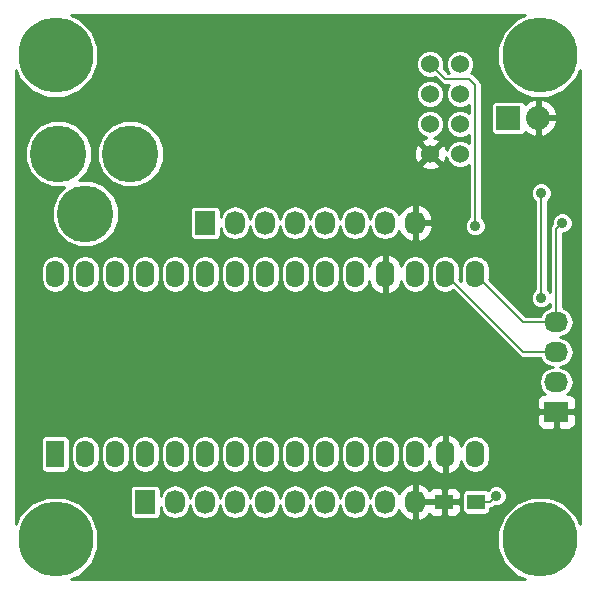
<source format=gtl>
G04 #@! TF.FileFunction,Copper,L1,Top,Signal*
%FSLAX46Y46*%
G04 Gerber Fmt 4.6, Leading zero omitted, Abs format (unit mm)*
G04 Created by KiCad (PCBNEW (after 2015-mar-04 BZR unknown)-product) date 7/24/2015 5:09:28 PM*
%MOMM*%
G01*
G04 APERTURE LIST*
%ADD10C,0.150000*%
%ADD11C,6.350000*%
%ADD12R,1.500000X1.300000*%
%ADD13R,2.032000X1.727200*%
%ADD14O,2.032000X1.727200*%
%ADD15R,1.574800X2.286000*%
%ADD16O,1.574800X2.286000*%
%ADD17C,4.800600*%
%ADD18C,1.524000*%
%ADD19R,1.727200X2.032000*%
%ADD20O,1.727200X2.032000*%
%ADD21R,2.032000X2.032000*%
%ADD22O,2.032000X2.032000*%
%ADD23C,0.889000*%
%ADD24C,0.203200*%
%ADD25C,0.254000*%
G04 APERTURE END LIST*
D10*
D11*
X14000000Y-55000000D03*
X55000000Y-55000000D03*
X55000000Y-14000000D03*
X14000000Y-14000000D03*
D12*
X49610000Y-51816000D03*
X46910000Y-51816000D03*
D13*
X56388000Y-44196000D03*
D14*
X56388000Y-41656000D03*
X56388000Y-39116000D03*
X56388000Y-36576000D03*
D15*
X13970000Y-47752000D03*
D16*
X16510000Y-47752000D03*
X19050000Y-47752000D03*
X21590000Y-47752000D03*
X24130000Y-47752000D03*
X26670000Y-47752000D03*
X29210000Y-47752000D03*
X31750000Y-47752000D03*
X34290000Y-47752000D03*
X36830000Y-47752000D03*
X39370000Y-47752000D03*
X41910000Y-47752000D03*
X44450000Y-47752000D03*
X46990000Y-47752000D03*
X49530000Y-47752000D03*
X49530000Y-32512000D03*
X46990000Y-32512000D03*
X44450000Y-32512000D03*
X41910000Y-32512000D03*
X39370000Y-32512000D03*
X36830000Y-32512000D03*
X34290000Y-32512000D03*
X31750000Y-32512000D03*
X29210000Y-32512000D03*
X26670000Y-32512000D03*
X24130000Y-32512000D03*
X21590000Y-32512000D03*
X19050000Y-32512000D03*
X16510000Y-32512000D03*
X13970000Y-32512000D03*
D17*
X14224000Y-22352000D03*
X20320000Y-22352000D03*
X16510000Y-27432000D03*
D18*
X48260000Y-22352000D03*
X45720000Y-22352000D03*
X48260000Y-19812000D03*
X45720000Y-19812000D03*
X48260000Y-17272000D03*
X45720000Y-17272000D03*
X48260000Y-14732000D03*
X45720000Y-14732000D03*
D19*
X21590000Y-51816000D03*
D20*
X24130000Y-51816000D03*
X26670000Y-51816000D03*
X29210000Y-51816000D03*
X31750000Y-51816000D03*
X34290000Y-51816000D03*
X36830000Y-51816000D03*
X39370000Y-51816000D03*
X41910000Y-51816000D03*
X44450000Y-51816000D03*
D19*
X26670000Y-28194000D03*
D20*
X29210000Y-28194000D03*
X31750000Y-28194000D03*
X34290000Y-28194000D03*
X36830000Y-28194000D03*
X39370000Y-28194000D03*
X41910000Y-28194000D03*
X44450000Y-28194000D03*
D21*
X52324000Y-19304000D03*
D22*
X54864000Y-19304000D03*
D23*
X56896000Y-20828000D03*
X41910000Y-21590000D03*
X36830000Y-24130000D03*
X24892000Y-18288000D03*
X22606000Y-42418000D03*
X39116000Y-42672000D03*
X54102000Y-44450000D03*
X55118000Y-25654000D03*
X55118000Y-34544000D03*
X56896000Y-28194000D03*
X49530000Y-28448000D03*
X51308000Y-51308000D03*
D24*
X53594000Y-39116000D02*
X46990000Y-32512000D01*
X56388000Y-39116000D02*
X53594000Y-39116000D01*
X55118000Y-25654000D02*
X55118000Y-34544000D01*
X53594000Y-36576000D02*
X49530000Y-32512000D01*
X56388000Y-36576000D02*
X53594000Y-36576000D01*
X56896000Y-28194000D02*
X56388000Y-28702000D01*
X56388000Y-28702000D02*
X56388000Y-36576000D01*
X46990000Y-16002000D02*
X45720000Y-14732000D01*
X49530000Y-16510000D02*
X49022000Y-16002000D01*
X49022000Y-16002000D02*
X46990000Y-16002000D01*
X49530000Y-28448000D02*
X49530000Y-16510000D01*
X50800000Y-51816000D02*
X51308000Y-51308000D01*
X49610000Y-51816000D02*
X50800000Y-51816000D01*
D25*
G36*
X58377700Y-53729735D02*
X58059479Y-52959581D01*
X58039000Y-52939066D01*
X58039000Y-45185910D01*
X58039000Y-44933291D01*
X58039000Y-44481750D01*
X58039000Y-43910250D01*
X58039000Y-43458709D01*
X58039000Y-43206090D01*
X57942327Y-42972701D01*
X57763698Y-42794073D01*
X57530309Y-42697400D01*
X57297055Y-42697400D01*
X57484750Y-42571986D01*
X57765558Y-42151728D01*
X57864164Y-41656000D01*
X57765558Y-41160272D01*
X57484750Y-40740014D01*
X57064492Y-40459206D01*
X56696458Y-40386000D01*
X57064492Y-40312794D01*
X57484750Y-40031986D01*
X57765558Y-39611728D01*
X57864164Y-39116000D01*
X57765558Y-38620272D01*
X57484750Y-38200014D01*
X57064492Y-37919206D01*
X56696458Y-37846000D01*
X57064492Y-37772794D01*
X57484750Y-37491986D01*
X57765558Y-37071728D01*
X57864164Y-36576000D01*
X57765558Y-36080272D01*
X57484750Y-35660014D01*
X57064492Y-35379206D01*
X56921400Y-35350743D01*
X56921400Y-29070322D01*
X57069542Y-29070452D01*
X57391736Y-28937324D01*
X57638458Y-28691032D01*
X57772148Y-28369072D01*
X57772452Y-28020458D01*
X57639324Y-27698264D01*
X57393032Y-27451542D01*
X57071072Y-27317852D01*
X56722458Y-27317548D01*
X56469983Y-27421868D01*
X56469983Y-19686946D01*
X56469983Y-18921054D01*
X56201188Y-18335621D01*
X55728818Y-17897615D01*
X55246944Y-17698025D01*
X54991000Y-17817164D01*
X54991000Y-19177000D01*
X56351367Y-19177000D01*
X56469983Y-18921054D01*
X56469983Y-19686946D01*
X56351367Y-19431000D01*
X54991000Y-19431000D01*
X54991000Y-20790836D01*
X55246944Y-20909975D01*
X55728818Y-20710385D01*
X56201188Y-20272379D01*
X56469983Y-19686946D01*
X56469983Y-27421868D01*
X56400264Y-27450676D01*
X56153542Y-27696968D01*
X56019852Y-28018928D01*
X56019592Y-28316065D01*
X56010829Y-28324829D01*
X55895203Y-28497877D01*
X55854600Y-28702000D01*
X55854600Y-34041528D01*
X55651400Y-33837973D01*
X55651400Y-26359725D01*
X55860458Y-26151032D01*
X55994148Y-25829072D01*
X55994452Y-25480458D01*
X55861324Y-25158264D01*
X55615032Y-24911542D01*
X55293072Y-24777852D01*
X54944458Y-24777548D01*
X54737000Y-24863267D01*
X54737000Y-20790836D01*
X54737000Y-19431000D01*
X54717000Y-19431000D01*
X54717000Y-19177000D01*
X54737000Y-19177000D01*
X54737000Y-17817164D01*
X54481056Y-17698025D01*
X53999182Y-17897615D01*
X53749445Y-18129183D01*
X53748315Y-18123356D01*
X53653258Y-17978649D01*
X53509755Y-17881784D01*
X53340000Y-17847741D01*
X51308000Y-17847741D01*
X51143356Y-17879685D01*
X50998649Y-17974742D01*
X50901784Y-18118245D01*
X50867741Y-18288000D01*
X50867741Y-20320000D01*
X50899685Y-20484644D01*
X50994742Y-20629351D01*
X51138245Y-20726216D01*
X51308000Y-20760259D01*
X53340000Y-20760259D01*
X53504644Y-20728315D01*
X53649351Y-20633258D01*
X53746216Y-20489755D01*
X53748572Y-20478006D01*
X53999182Y-20710385D01*
X54481056Y-20909975D01*
X54737000Y-20790836D01*
X54737000Y-24863267D01*
X54622264Y-24910676D01*
X54375542Y-25156968D01*
X54241852Y-25478928D01*
X54241548Y-25827542D01*
X54374676Y-26149736D01*
X54584600Y-26360026D01*
X54584600Y-33838274D01*
X54375542Y-34046968D01*
X54241852Y-34368928D01*
X54241548Y-34717542D01*
X54374676Y-35039736D01*
X54620968Y-35286458D01*
X54942928Y-35420148D01*
X55291542Y-35420452D01*
X55613736Y-35287324D01*
X55854600Y-35046879D01*
X55854600Y-35350743D01*
X55711508Y-35379206D01*
X55291250Y-35660014D01*
X55035613Y-36042600D01*
X53814942Y-36042600D01*
X50736191Y-32963849D01*
X50749200Y-32898452D01*
X50749200Y-32125548D01*
X50656394Y-31658980D01*
X50406452Y-31284914D01*
X50406452Y-28274458D01*
X50273324Y-27952264D01*
X50063400Y-27741973D01*
X50063400Y-16510000D01*
X50022797Y-16305877D01*
X50022797Y-16305876D01*
X49976483Y-16236563D01*
X49907171Y-16132829D01*
X49907167Y-16132826D01*
X49399171Y-15624829D01*
X49226123Y-15509203D01*
X49180327Y-15500093D01*
X49271464Y-15409116D01*
X49453592Y-14970503D01*
X49454007Y-14495580D01*
X49272645Y-14056650D01*
X48937116Y-13720536D01*
X48498503Y-13538408D01*
X48023580Y-13537993D01*
X47584650Y-13719355D01*
X47248536Y-14054884D01*
X47066408Y-14493497D01*
X47065993Y-14968420D01*
X47247355Y-15407350D01*
X47308498Y-15468600D01*
X47210942Y-15468600D01*
X46854691Y-15112349D01*
X46913592Y-14970503D01*
X46914007Y-14495580D01*
X46732645Y-14056650D01*
X46397116Y-13720536D01*
X45958503Y-13538408D01*
X45483580Y-13537993D01*
X45044650Y-13719355D01*
X44708536Y-14054884D01*
X44526408Y-14493497D01*
X44525993Y-14968420D01*
X44707355Y-15407350D01*
X45042884Y-15743464D01*
X45481497Y-15925592D01*
X45956420Y-15926007D01*
X46100239Y-15866581D01*
X46612829Y-16379171D01*
X46785876Y-16494797D01*
X46785877Y-16494797D01*
X46990000Y-16535400D01*
X47308123Y-16535400D01*
X47248536Y-16594884D01*
X47066408Y-17033497D01*
X47065993Y-17508420D01*
X47247355Y-17947350D01*
X47582884Y-18283464D01*
X48021497Y-18465592D01*
X48496420Y-18466007D01*
X48935350Y-18284645D01*
X48996600Y-18223501D01*
X48996600Y-18860123D01*
X48937116Y-18800536D01*
X48498503Y-18618408D01*
X48023580Y-18617993D01*
X47584650Y-18799355D01*
X47248536Y-19134884D01*
X47066408Y-19573497D01*
X47065993Y-20048420D01*
X47247355Y-20487350D01*
X47582884Y-20823464D01*
X48021497Y-21005592D01*
X48496420Y-21006007D01*
X48935350Y-20824645D01*
X48996600Y-20763501D01*
X48996600Y-21400123D01*
X48937116Y-21340536D01*
X48498503Y-21158408D01*
X48023580Y-21157993D01*
X47584650Y-21339355D01*
X47248536Y-21674884D01*
X47102464Y-22026662D01*
X47101362Y-22004632D01*
X46942397Y-21620857D01*
X46914007Y-21612713D01*
X46914007Y-19575580D01*
X46914007Y-17035580D01*
X46732645Y-16596650D01*
X46397116Y-16260536D01*
X45958503Y-16078408D01*
X45483580Y-16077993D01*
X45044650Y-16259355D01*
X44708536Y-16594884D01*
X44526408Y-17033497D01*
X44525993Y-17508420D01*
X44707355Y-17947350D01*
X45042884Y-18283464D01*
X45481497Y-18465592D01*
X45956420Y-18466007D01*
X46395350Y-18284645D01*
X46731464Y-17949116D01*
X46913592Y-17510503D01*
X46914007Y-17035580D01*
X46914007Y-19575580D01*
X46732645Y-19136650D01*
X46397116Y-18800536D01*
X45958503Y-18618408D01*
X45483580Y-18617993D01*
X45044650Y-18799355D01*
X44708536Y-19134884D01*
X44526408Y-19573497D01*
X44525993Y-20048420D01*
X44707355Y-20487350D01*
X45042884Y-20823464D01*
X45394662Y-20969535D01*
X45372632Y-20970638D01*
X44988857Y-21129603D01*
X44919392Y-21371787D01*
X45720000Y-22172395D01*
X46520608Y-21371787D01*
X46451143Y-21129603D01*
X46025130Y-20977616D01*
X46395350Y-20824645D01*
X46731464Y-20489116D01*
X46913592Y-20050503D01*
X46914007Y-19575580D01*
X46914007Y-21612713D01*
X46700213Y-21551392D01*
X45899605Y-22352000D01*
X46700213Y-23152608D01*
X46942397Y-23083143D01*
X47094383Y-22657130D01*
X47247355Y-23027350D01*
X47582884Y-23363464D01*
X48021497Y-23545592D01*
X48496420Y-23546007D01*
X48935350Y-23364645D01*
X48996600Y-23303501D01*
X48996600Y-27742274D01*
X48787542Y-27950968D01*
X48653852Y-28272928D01*
X48653548Y-28621542D01*
X48786676Y-28943736D01*
X49032968Y-29190458D01*
X49354928Y-29324148D01*
X49703542Y-29324452D01*
X50025736Y-29191324D01*
X50272458Y-28945032D01*
X50406148Y-28623072D01*
X50406452Y-28274458D01*
X50406452Y-31284914D01*
X50392105Y-31263443D01*
X49996568Y-30999154D01*
X49530000Y-30906348D01*
X49063432Y-30999154D01*
X48667895Y-31263443D01*
X48403606Y-31658980D01*
X48310800Y-32125548D01*
X48310800Y-32898452D01*
X48355495Y-33123154D01*
X48196191Y-32963849D01*
X48209200Y-32898452D01*
X48209200Y-32125548D01*
X48116394Y-31658980D01*
X47852105Y-31263443D01*
X47456568Y-30999154D01*
X46990000Y-30906348D01*
X46523432Y-30999154D01*
X46520608Y-31001040D01*
X46520608Y-23332213D01*
X45720000Y-22531605D01*
X45540395Y-22711210D01*
X45540395Y-22352000D01*
X44739787Y-21551392D01*
X44497603Y-21620857D01*
X44310856Y-22144302D01*
X44338638Y-22699368D01*
X44497603Y-23083143D01*
X44739787Y-23152608D01*
X45540395Y-22352000D01*
X45540395Y-22711210D01*
X44919392Y-23332213D01*
X44988857Y-23574397D01*
X45512302Y-23761144D01*
X46067368Y-23733362D01*
X46451143Y-23574397D01*
X46520608Y-23332213D01*
X46520608Y-31001040D01*
X46127895Y-31263443D01*
X45935184Y-31551855D01*
X45935184Y-28555913D01*
X45935184Y-27832087D01*
X45741954Y-27279680D01*
X45352036Y-26843268D01*
X44824791Y-26589291D01*
X44809026Y-26586642D01*
X44577000Y-26707783D01*
X44577000Y-28067000D01*
X45790924Y-28067000D01*
X45935184Y-27832087D01*
X45935184Y-28555913D01*
X45790924Y-28321000D01*
X44577000Y-28321000D01*
X44577000Y-29680217D01*
X44809026Y-29801358D01*
X44824791Y-29798709D01*
X45352036Y-29544732D01*
X45741954Y-29108320D01*
X45935184Y-28555913D01*
X45935184Y-31551855D01*
X45863606Y-31658980D01*
X45770800Y-32125548D01*
X45770800Y-32898452D01*
X45863606Y-33365020D01*
X46127895Y-33760557D01*
X46523432Y-34024846D01*
X46990000Y-34117652D01*
X47456568Y-34024846D01*
X47631571Y-33907912D01*
X53216826Y-39493167D01*
X53216829Y-39493171D01*
X53320563Y-39562483D01*
X53389876Y-39608797D01*
X53389877Y-39608797D01*
X53594000Y-39649400D01*
X55035613Y-39649400D01*
X55291250Y-40031986D01*
X55711508Y-40312794D01*
X56079541Y-40386000D01*
X55711508Y-40459206D01*
X55291250Y-40740014D01*
X55010442Y-41160272D01*
X54911836Y-41656000D01*
X55010442Y-42151728D01*
X55291250Y-42571986D01*
X55478944Y-42697400D01*
X55245691Y-42697400D01*
X55012302Y-42794073D01*
X54833673Y-42972701D01*
X54737000Y-43206090D01*
X54737000Y-43458709D01*
X54737000Y-43910250D01*
X54895750Y-44069000D01*
X56261000Y-44069000D01*
X56261000Y-44049000D01*
X56515000Y-44049000D01*
X56515000Y-44069000D01*
X57880250Y-44069000D01*
X58039000Y-43910250D01*
X58039000Y-44481750D01*
X57880250Y-44323000D01*
X56515000Y-44323000D01*
X56515000Y-45535850D01*
X56673750Y-45694600D01*
X57530309Y-45694600D01*
X57763698Y-45597927D01*
X57942327Y-45419299D01*
X58039000Y-45185910D01*
X58039000Y-52939066D01*
X57045755Y-51944087D01*
X56261000Y-51618228D01*
X56261000Y-45535850D01*
X56261000Y-44323000D01*
X54895750Y-44323000D01*
X54737000Y-44481750D01*
X54737000Y-44933291D01*
X54737000Y-45185910D01*
X54833673Y-45419299D01*
X55012302Y-45597927D01*
X55245691Y-45694600D01*
X56102250Y-45694600D01*
X56261000Y-45535850D01*
X56261000Y-51618228D01*
X55720584Y-51393828D01*
X54285711Y-51392576D01*
X52959581Y-51940521D01*
X52184452Y-52714298D01*
X52184452Y-51134458D01*
X52051324Y-50812264D01*
X51805032Y-50565542D01*
X51483072Y-50431852D01*
X51134458Y-50431548D01*
X50812264Y-50564676D01*
X50749200Y-50627629D01*
X50749200Y-48138452D01*
X50749200Y-47365548D01*
X50656394Y-46898980D01*
X50392105Y-46503443D01*
X49996568Y-46239154D01*
X49530000Y-46146348D01*
X49063432Y-46239154D01*
X48667895Y-46503443D01*
X48403606Y-46898980D01*
X48363247Y-47101877D01*
X48255525Y-46734738D01*
X47905986Y-46300809D01*
X47416996Y-46033673D01*
X47337060Y-46016990D01*
X47117000Y-46139148D01*
X47117000Y-47625000D01*
X47137000Y-47625000D01*
X47137000Y-47879000D01*
X47117000Y-47879000D01*
X47117000Y-49364852D01*
X47337060Y-49487010D01*
X47416996Y-49470327D01*
X47905986Y-49203191D01*
X48255525Y-48769262D01*
X48363247Y-48402122D01*
X48403606Y-48605020D01*
X48667895Y-49000557D01*
X49063432Y-49264846D01*
X49530000Y-49357652D01*
X49996568Y-49264846D01*
X50392105Y-49000557D01*
X50656394Y-48605020D01*
X50749200Y-48138452D01*
X50749200Y-50627629D01*
X50581694Y-50794843D01*
X50529755Y-50759784D01*
X50360000Y-50725741D01*
X48860000Y-50725741D01*
X48695356Y-50757685D01*
X48550649Y-50852742D01*
X48453784Y-50996245D01*
X48419741Y-51166000D01*
X48419741Y-52466000D01*
X48451685Y-52630644D01*
X48546742Y-52775351D01*
X48690245Y-52872216D01*
X48860000Y-52906259D01*
X50360000Y-52906259D01*
X50524644Y-52874315D01*
X50669351Y-52779258D01*
X50766216Y-52635755D01*
X50800259Y-52466000D01*
X50800259Y-52349348D01*
X51004123Y-52308797D01*
X51177171Y-52193171D01*
X51186147Y-52184194D01*
X51481542Y-52184452D01*
X51803736Y-52051324D01*
X52050458Y-51805032D01*
X52184148Y-51483072D01*
X52184452Y-51134458D01*
X52184452Y-52714298D01*
X51944087Y-52954245D01*
X51393828Y-54279416D01*
X51392576Y-55714289D01*
X51940521Y-57040419D01*
X52954245Y-58055913D01*
X53729194Y-58377700D01*
X48295000Y-58377700D01*
X48295000Y-52592310D01*
X48295000Y-52339691D01*
X48295000Y-52101750D01*
X48295000Y-51530250D01*
X48295000Y-51292309D01*
X48295000Y-51039690D01*
X48198327Y-50806301D01*
X48019698Y-50627673D01*
X47786309Y-50531000D01*
X47195750Y-50531000D01*
X47037000Y-50689750D01*
X47037000Y-51689000D01*
X48136250Y-51689000D01*
X48295000Y-51530250D01*
X48295000Y-52101750D01*
X48136250Y-51943000D01*
X47037000Y-51943000D01*
X47037000Y-52942250D01*
X47195750Y-53101000D01*
X47786309Y-53101000D01*
X48019698Y-53004327D01*
X48198327Y-52825699D01*
X48295000Y-52592310D01*
X48295000Y-58377700D01*
X46863000Y-58377700D01*
X46863000Y-49364852D01*
X46863000Y-47879000D01*
X46843000Y-47879000D01*
X46843000Y-47625000D01*
X46863000Y-47625000D01*
X46863000Y-46139148D01*
X46642940Y-46016990D01*
X46563004Y-46033673D01*
X46074014Y-46300809D01*
X45724475Y-46734738D01*
X45669200Y-46923124D01*
X45669200Y-32898452D01*
X45669200Y-32125548D01*
X45576394Y-31658980D01*
X45312105Y-31263443D01*
X44916568Y-30999154D01*
X44450000Y-30906348D01*
X44323000Y-30931609D01*
X44323000Y-29680217D01*
X44323000Y-28321000D01*
X44303000Y-28321000D01*
X44303000Y-28067000D01*
X44323000Y-28067000D01*
X44323000Y-26707783D01*
X44090974Y-26586642D01*
X44075209Y-26589291D01*
X43547964Y-26843268D01*
X43158046Y-27279680D01*
X43085829Y-27486132D01*
X42825986Y-27097250D01*
X42405728Y-26816442D01*
X41910000Y-26717836D01*
X41414272Y-26816442D01*
X40994014Y-27097250D01*
X40713206Y-27517508D01*
X40640000Y-27885541D01*
X40566794Y-27517508D01*
X40285986Y-27097250D01*
X39865728Y-26816442D01*
X39370000Y-26717836D01*
X38874272Y-26816442D01*
X38454014Y-27097250D01*
X38173206Y-27517508D01*
X38100000Y-27885541D01*
X38026794Y-27517508D01*
X37745986Y-27097250D01*
X37325728Y-26816442D01*
X36830000Y-26717836D01*
X36334272Y-26816442D01*
X35914014Y-27097250D01*
X35633206Y-27517508D01*
X35560000Y-27885541D01*
X35486794Y-27517508D01*
X35205986Y-27097250D01*
X34785728Y-26816442D01*
X34290000Y-26717836D01*
X33794272Y-26816442D01*
X33374014Y-27097250D01*
X33093206Y-27517508D01*
X33020000Y-27885541D01*
X32946794Y-27517508D01*
X32665986Y-27097250D01*
X32245728Y-26816442D01*
X31750000Y-26717836D01*
X31254272Y-26816442D01*
X30834014Y-27097250D01*
X30553206Y-27517508D01*
X30480000Y-27885541D01*
X30406794Y-27517508D01*
X30125986Y-27097250D01*
X29705728Y-26816442D01*
X29210000Y-26717836D01*
X28714272Y-26816442D01*
X28294014Y-27097250D01*
X28013206Y-27517508D01*
X27973859Y-27715319D01*
X27973859Y-27178000D01*
X27941915Y-27013356D01*
X27846858Y-26868649D01*
X27703355Y-26771784D01*
X27533600Y-26737741D01*
X25806400Y-26737741D01*
X25641756Y-26769685D01*
X25497049Y-26864742D01*
X25400184Y-27008245D01*
X25366141Y-27178000D01*
X25366141Y-29210000D01*
X25398085Y-29374644D01*
X25493142Y-29519351D01*
X25636645Y-29616216D01*
X25806400Y-29650259D01*
X27533600Y-29650259D01*
X27698244Y-29618315D01*
X27842951Y-29523258D01*
X27939816Y-29379755D01*
X27973859Y-29210000D01*
X27973859Y-28672680D01*
X28013206Y-28870492D01*
X28294014Y-29290750D01*
X28714272Y-29571558D01*
X29210000Y-29670164D01*
X29705728Y-29571558D01*
X30125986Y-29290750D01*
X30406794Y-28870492D01*
X30480000Y-28502458D01*
X30553206Y-28870492D01*
X30834014Y-29290750D01*
X31254272Y-29571558D01*
X31750000Y-29670164D01*
X32245728Y-29571558D01*
X32665986Y-29290750D01*
X32946794Y-28870492D01*
X33020000Y-28502458D01*
X33093206Y-28870492D01*
X33374014Y-29290750D01*
X33794272Y-29571558D01*
X34290000Y-29670164D01*
X34785728Y-29571558D01*
X35205986Y-29290750D01*
X35486794Y-28870492D01*
X35560000Y-28502458D01*
X35633206Y-28870492D01*
X35914014Y-29290750D01*
X36334272Y-29571558D01*
X36830000Y-29670164D01*
X37325728Y-29571558D01*
X37745986Y-29290750D01*
X38026794Y-28870492D01*
X38100000Y-28502458D01*
X38173206Y-28870492D01*
X38454014Y-29290750D01*
X38874272Y-29571558D01*
X39370000Y-29670164D01*
X39865728Y-29571558D01*
X40285986Y-29290750D01*
X40566794Y-28870492D01*
X40640000Y-28502458D01*
X40713206Y-28870492D01*
X40994014Y-29290750D01*
X41414272Y-29571558D01*
X41910000Y-29670164D01*
X42405728Y-29571558D01*
X42825986Y-29290750D01*
X43085829Y-28901867D01*
X43158046Y-29108320D01*
X43547964Y-29544732D01*
X44075209Y-29798709D01*
X44090974Y-29801358D01*
X44323000Y-29680217D01*
X44323000Y-30931609D01*
X43983432Y-30999154D01*
X43587895Y-31263443D01*
X43323606Y-31658980D01*
X43283247Y-31861877D01*
X43175525Y-31494738D01*
X42825986Y-31060809D01*
X42336996Y-30793673D01*
X42257060Y-30776990D01*
X42037000Y-30899148D01*
X42037000Y-32385000D01*
X42057000Y-32385000D01*
X42057000Y-32639000D01*
X42037000Y-32639000D01*
X42037000Y-34124852D01*
X42257060Y-34247010D01*
X42336996Y-34230327D01*
X42825986Y-33963191D01*
X43175525Y-33529262D01*
X43283247Y-33162122D01*
X43323606Y-33365020D01*
X43587895Y-33760557D01*
X43983432Y-34024846D01*
X44450000Y-34117652D01*
X44916568Y-34024846D01*
X45312105Y-33760557D01*
X45576394Y-33365020D01*
X45669200Y-32898452D01*
X45669200Y-46923124D01*
X45616752Y-47101877D01*
X45576394Y-46898980D01*
X45312105Y-46503443D01*
X44916568Y-46239154D01*
X44450000Y-46146348D01*
X43983432Y-46239154D01*
X43587895Y-46503443D01*
X43323606Y-46898980D01*
X43230800Y-47365548D01*
X43230800Y-48138452D01*
X43323606Y-48605020D01*
X43587895Y-49000557D01*
X43983432Y-49264846D01*
X44450000Y-49357652D01*
X44916568Y-49264846D01*
X45312105Y-49000557D01*
X45576394Y-48605020D01*
X45616752Y-48402122D01*
X45724475Y-48769262D01*
X46074014Y-49203191D01*
X46563004Y-49470327D01*
X46642940Y-49487010D01*
X46863000Y-49364852D01*
X46863000Y-58377700D01*
X46783000Y-58377700D01*
X46783000Y-52942250D01*
X46783000Y-51943000D01*
X46783000Y-51689000D01*
X46783000Y-50689750D01*
X46624250Y-50531000D01*
X46033691Y-50531000D01*
X45800302Y-50627673D01*
X45640191Y-50787782D01*
X45352036Y-50465268D01*
X44824791Y-50211291D01*
X44809026Y-50208642D01*
X44577000Y-50329783D01*
X44577000Y-51689000D01*
X45683750Y-51689000D01*
X45790924Y-51689000D01*
X46783000Y-51689000D01*
X46783000Y-51943000D01*
X45790924Y-51943000D01*
X45683750Y-51943000D01*
X44577000Y-51943000D01*
X44577000Y-53302217D01*
X44809026Y-53423358D01*
X44824791Y-53420709D01*
X45352036Y-53166732D01*
X45640191Y-52844217D01*
X45800302Y-53004327D01*
X46033691Y-53101000D01*
X46624250Y-53101000D01*
X46783000Y-52942250D01*
X46783000Y-58377700D01*
X44323000Y-58377700D01*
X44323000Y-53302217D01*
X44323000Y-51943000D01*
X44303000Y-51943000D01*
X44303000Y-51689000D01*
X44323000Y-51689000D01*
X44323000Y-50329783D01*
X44090974Y-50208642D01*
X44075209Y-50211291D01*
X43547964Y-50465268D01*
X43158046Y-50901680D01*
X43129200Y-50984144D01*
X43129200Y-48138452D01*
X43129200Y-47365548D01*
X43036394Y-46898980D01*
X42772105Y-46503443D01*
X42376568Y-46239154D01*
X41910000Y-46146348D01*
X41783000Y-46171609D01*
X41783000Y-34124852D01*
X41783000Y-32639000D01*
X41763000Y-32639000D01*
X41763000Y-32385000D01*
X41783000Y-32385000D01*
X41783000Y-30899148D01*
X41562940Y-30776990D01*
X41483004Y-30793673D01*
X40994014Y-31060809D01*
X40644475Y-31494738D01*
X40536752Y-31861877D01*
X40496394Y-31658980D01*
X40232105Y-31263443D01*
X39836568Y-30999154D01*
X39370000Y-30906348D01*
X38903432Y-30999154D01*
X38507895Y-31263443D01*
X38243606Y-31658980D01*
X38150800Y-32125548D01*
X38150800Y-32898452D01*
X38243606Y-33365020D01*
X38507895Y-33760557D01*
X38903432Y-34024846D01*
X39370000Y-34117652D01*
X39836568Y-34024846D01*
X40232105Y-33760557D01*
X40496394Y-33365020D01*
X40536752Y-33162122D01*
X40644475Y-33529262D01*
X40994014Y-33963191D01*
X41483004Y-34230327D01*
X41562940Y-34247010D01*
X41783000Y-34124852D01*
X41783000Y-46171609D01*
X41443432Y-46239154D01*
X41047895Y-46503443D01*
X40783606Y-46898980D01*
X40690800Y-47365548D01*
X40690800Y-48138452D01*
X40783606Y-48605020D01*
X41047895Y-49000557D01*
X41443432Y-49264846D01*
X41910000Y-49357652D01*
X42376568Y-49264846D01*
X42772105Y-49000557D01*
X43036394Y-48605020D01*
X43129200Y-48138452D01*
X43129200Y-50984144D01*
X43085829Y-51108132D01*
X42825986Y-50719250D01*
X42405728Y-50438442D01*
X41910000Y-50339836D01*
X41414272Y-50438442D01*
X40994014Y-50719250D01*
X40713206Y-51139508D01*
X40640000Y-51507541D01*
X40589200Y-51252151D01*
X40589200Y-48138452D01*
X40589200Y-47365548D01*
X40496394Y-46898980D01*
X40232105Y-46503443D01*
X39836568Y-46239154D01*
X39370000Y-46146348D01*
X38903432Y-46239154D01*
X38507895Y-46503443D01*
X38243606Y-46898980D01*
X38150800Y-47365548D01*
X38150800Y-48138452D01*
X38243606Y-48605020D01*
X38507895Y-49000557D01*
X38903432Y-49264846D01*
X39370000Y-49357652D01*
X39836568Y-49264846D01*
X40232105Y-49000557D01*
X40496394Y-48605020D01*
X40589200Y-48138452D01*
X40589200Y-51252151D01*
X40566794Y-51139508D01*
X40285986Y-50719250D01*
X39865728Y-50438442D01*
X39370000Y-50339836D01*
X38874272Y-50438442D01*
X38454014Y-50719250D01*
X38173206Y-51139508D01*
X38100000Y-51507541D01*
X38049200Y-51252151D01*
X38049200Y-48138452D01*
X38049200Y-47365548D01*
X38049200Y-32898452D01*
X38049200Y-32125548D01*
X37956394Y-31658980D01*
X37692105Y-31263443D01*
X37296568Y-30999154D01*
X36830000Y-30906348D01*
X36363432Y-30999154D01*
X35967895Y-31263443D01*
X35703606Y-31658980D01*
X35610800Y-32125548D01*
X35610800Y-32898452D01*
X35703606Y-33365020D01*
X35967895Y-33760557D01*
X36363432Y-34024846D01*
X36830000Y-34117652D01*
X37296568Y-34024846D01*
X37692105Y-33760557D01*
X37956394Y-33365020D01*
X38049200Y-32898452D01*
X38049200Y-47365548D01*
X37956394Y-46898980D01*
X37692105Y-46503443D01*
X37296568Y-46239154D01*
X36830000Y-46146348D01*
X36363432Y-46239154D01*
X35967895Y-46503443D01*
X35703606Y-46898980D01*
X35610800Y-47365548D01*
X35610800Y-48138452D01*
X35703606Y-48605020D01*
X35967895Y-49000557D01*
X36363432Y-49264846D01*
X36830000Y-49357652D01*
X37296568Y-49264846D01*
X37692105Y-49000557D01*
X37956394Y-48605020D01*
X38049200Y-48138452D01*
X38049200Y-51252151D01*
X38026794Y-51139508D01*
X37745986Y-50719250D01*
X37325728Y-50438442D01*
X36830000Y-50339836D01*
X36334272Y-50438442D01*
X35914014Y-50719250D01*
X35633206Y-51139508D01*
X35560000Y-51507541D01*
X35509200Y-51252151D01*
X35509200Y-48138452D01*
X35509200Y-47365548D01*
X35509200Y-32898452D01*
X35509200Y-32125548D01*
X35416394Y-31658980D01*
X35152105Y-31263443D01*
X34756568Y-30999154D01*
X34290000Y-30906348D01*
X33823432Y-30999154D01*
X33427895Y-31263443D01*
X33163606Y-31658980D01*
X33070800Y-32125548D01*
X33070800Y-32898452D01*
X33163606Y-33365020D01*
X33427895Y-33760557D01*
X33823432Y-34024846D01*
X34290000Y-34117652D01*
X34756568Y-34024846D01*
X35152105Y-33760557D01*
X35416394Y-33365020D01*
X35509200Y-32898452D01*
X35509200Y-47365548D01*
X35416394Y-46898980D01*
X35152105Y-46503443D01*
X34756568Y-46239154D01*
X34290000Y-46146348D01*
X33823432Y-46239154D01*
X33427895Y-46503443D01*
X33163606Y-46898980D01*
X33070800Y-47365548D01*
X33070800Y-48138452D01*
X33163606Y-48605020D01*
X33427895Y-49000557D01*
X33823432Y-49264846D01*
X34290000Y-49357652D01*
X34756568Y-49264846D01*
X35152105Y-49000557D01*
X35416394Y-48605020D01*
X35509200Y-48138452D01*
X35509200Y-51252151D01*
X35486794Y-51139508D01*
X35205986Y-50719250D01*
X34785728Y-50438442D01*
X34290000Y-50339836D01*
X33794272Y-50438442D01*
X33374014Y-50719250D01*
X33093206Y-51139508D01*
X33020000Y-51507541D01*
X32969200Y-51252151D01*
X32969200Y-48138452D01*
X32969200Y-47365548D01*
X32969200Y-32898452D01*
X32969200Y-32125548D01*
X32876394Y-31658980D01*
X32612105Y-31263443D01*
X32216568Y-30999154D01*
X31750000Y-30906348D01*
X31283432Y-30999154D01*
X30887895Y-31263443D01*
X30623606Y-31658980D01*
X30530800Y-32125548D01*
X30530800Y-32898452D01*
X30623606Y-33365020D01*
X30887895Y-33760557D01*
X31283432Y-34024846D01*
X31750000Y-34117652D01*
X32216568Y-34024846D01*
X32612105Y-33760557D01*
X32876394Y-33365020D01*
X32969200Y-32898452D01*
X32969200Y-47365548D01*
X32876394Y-46898980D01*
X32612105Y-46503443D01*
X32216568Y-46239154D01*
X31750000Y-46146348D01*
X31283432Y-46239154D01*
X30887895Y-46503443D01*
X30623606Y-46898980D01*
X30530800Y-47365548D01*
X30530800Y-48138452D01*
X30623606Y-48605020D01*
X30887895Y-49000557D01*
X31283432Y-49264846D01*
X31750000Y-49357652D01*
X32216568Y-49264846D01*
X32612105Y-49000557D01*
X32876394Y-48605020D01*
X32969200Y-48138452D01*
X32969200Y-51252151D01*
X32946794Y-51139508D01*
X32665986Y-50719250D01*
X32245728Y-50438442D01*
X31750000Y-50339836D01*
X31254272Y-50438442D01*
X30834014Y-50719250D01*
X30553206Y-51139508D01*
X30480000Y-51507541D01*
X30429200Y-51252151D01*
X30429200Y-48138452D01*
X30429200Y-47365548D01*
X30429200Y-32898452D01*
X30429200Y-32125548D01*
X30336394Y-31658980D01*
X30072105Y-31263443D01*
X29676568Y-30999154D01*
X29210000Y-30906348D01*
X28743432Y-30999154D01*
X28347895Y-31263443D01*
X28083606Y-31658980D01*
X27990800Y-32125548D01*
X27990800Y-32898452D01*
X28083606Y-33365020D01*
X28347895Y-33760557D01*
X28743432Y-34024846D01*
X29210000Y-34117652D01*
X29676568Y-34024846D01*
X30072105Y-33760557D01*
X30336394Y-33365020D01*
X30429200Y-32898452D01*
X30429200Y-47365548D01*
X30336394Y-46898980D01*
X30072105Y-46503443D01*
X29676568Y-46239154D01*
X29210000Y-46146348D01*
X28743432Y-46239154D01*
X28347895Y-46503443D01*
X28083606Y-46898980D01*
X27990800Y-47365548D01*
X27990800Y-48138452D01*
X28083606Y-48605020D01*
X28347895Y-49000557D01*
X28743432Y-49264846D01*
X29210000Y-49357652D01*
X29676568Y-49264846D01*
X30072105Y-49000557D01*
X30336394Y-48605020D01*
X30429200Y-48138452D01*
X30429200Y-51252151D01*
X30406794Y-51139508D01*
X30125986Y-50719250D01*
X29705728Y-50438442D01*
X29210000Y-50339836D01*
X28714272Y-50438442D01*
X28294014Y-50719250D01*
X28013206Y-51139508D01*
X27940000Y-51507541D01*
X27889200Y-51252151D01*
X27889200Y-48138452D01*
X27889200Y-47365548D01*
X27889200Y-32898452D01*
X27889200Y-32125548D01*
X27796394Y-31658980D01*
X27532105Y-31263443D01*
X27136568Y-30999154D01*
X26670000Y-30906348D01*
X26203432Y-30999154D01*
X25807895Y-31263443D01*
X25543606Y-31658980D01*
X25450800Y-32125548D01*
X25450800Y-32898452D01*
X25543606Y-33365020D01*
X25807895Y-33760557D01*
X26203432Y-34024846D01*
X26670000Y-34117652D01*
X27136568Y-34024846D01*
X27532105Y-33760557D01*
X27796394Y-33365020D01*
X27889200Y-32898452D01*
X27889200Y-47365548D01*
X27796394Y-46898980D01*
X27532105Y-46503443D01*
X27136568Y-46239154D01*
X26670000Y-46146348D01*
X26203432Y-46239154D01*
X25807895Y-46503443D01*
X25543606Y-46898980D01*
X25450800Y-47365548D01*
X25450800Y-48138452D01*
X25543606Y-48605020D01*
X25807895Y-49000557D01*
X26203432Y-49264846D01*
X26670000Y-49357652D01*
X27136568Y-49264846D01*
X27532105Y-49000557D01*
X27796394Y-48605020D01*
X27889200Y-48138452D01*
X27889200Y-51252151D01*
X27866794Y-51139508D01*
X27585986Y-50719250D01*
X27165728Y-50438442D01*
X26670000Y-50339836D01*
X26174272Y-50438442D01*
X25754014Y-50719250D01*
X25473206Y-51139508D01*
X25400000Y-51507541D01*
X25349200Y-51252151D01*
X25349200Y-48138452D01*
X25349200Y-47365548D01*
X25349200Y-32898452D01*
X25349200Y-32125548D01*
X25256394Y-31658980D01*
X24992105Y-31263443D01*
X24596568Y-30999154D01*
X24130000Y-30906348D01*
X23663432Y-30999154D01*
X23267895Y-31263443D01*
X23152590Y-31436009D01*
X23152590Y-21791132D01*
X22722337Y-20749840D01*
X21926350Y-19952463D01*
X20885811Y-19520393D01*
X19759132Y-19519410D01*
X18717840Y-19949663D01*
X17920463Y-20745650D01*
X17488393Y-21786189D01*
X17487410Y-22912868D01*
X17917663Y-23954160D01*
X18713650Y-24751537D01*
X19754189Y-25183607D01*
X20880868Y-25184590D01*
X21922160Y-24754337D01*
X22719537Y-23958350D01*
X23151607Y-22917811D01*
X23152590Y-21791132D01*
X23152590Y-31436009D01*
X23003606Y-31658980D01*
X22910800Y-32125548D01*
X22910800Y-32898452D01*
X23003606Y-33365020D01*
X23267895Y-33760557D01*
X23663432Y-34024846D01*
X24130000Y-34117652D01*
X24596568Y-34024846D01*
X24992105Y-33760557D01*
X25256394Y-33365020D01*
X25349200Y-32898452D01*
X25349200Y-47365548D01*
X25256394Y-46898980D01*
X24992105Y-46503443D01*
X24596568Y-46239154D01*
X24130000Y-46146348D01*
X23663432Y-46239154D01*
X23267895Y-46503443D01*
X23003606Y-46898980D01*
X22910800Y-47365548D01*
X22910800Y-48138452D01*
X23003606Y-48605020D01*
X23267895Y-49000557D01*
X23663432Y-49264846D01*
X24130000Y-49357652D01*
X24596568Y-49264846D01*
X24992105Y-49000557D01*
X25256394Y-48605020D01*
X25349200Y-48138452D01*
X25349200Y-51252151D01*
X25326794Y-51139508D01*
X25045986Y-50719250D01*
X24625728Y-50438442D01*
X24130000Y-50339836D01*
X23634272Y-50438442D01*
X23214014Y-50719250D01*
X22933206Y-51139508D01*
X22893859Y-51337319D01*
X22893859Y-50800000D01*
X22861915Y-50635356D01*
X22809200Y-50555106D01*
X22809200Y-48138452D01*
X22809200Y-47365548D01*
X22809200Y-32898452D01*
X22809200Y-32125548D01*
X22716394Y-31658980D01*
X22452105Y-31263443D01*
X22056568Y-30999154D01*
X21590000Y-30906348D01*
X21123432Y-30999154D01*
X20727895Y-31263443D01*
X20463606Y-31658980D01*
X20370800Y-32125548D01*
X20370800Y-32898452D01*
X20463606Y-33365020D01*
X20727895Y-33760557D01*
X21123432Y-34024846D01*
X21590000Y-34117652D01*
X22056568Y-34024846D01*
X22452105Y-33760557D01*
X22716394Y-33365020D01*
X22809200Y-32898452D01*
X22809200Y-47365548D01*
X22716394Y-46898980D01*
X22452105Y-46503443D01*
X22056568Y-46239154D01*
X21590000Y-46146348D01*
X21123432Y-46239154D01*
X20727895Y-46503443D01*
X20463606Y-46898980D01*
X20370800Y-47365548D01*
X20370800Y-48138452D01*
X20463606Y-48605020D01*
X20727895Y-49000557D01*
X21123432Y-49264846D01*
X21590000Y-49357652D01*
X22056568Y-49264846D01*
X22452105Y-49000557D01*
X22716394Y-48605020D01*
X22809200Y-48138452D01*
X22809200Y-50555106D01*
X22766858Y-50490649D01*
X22623355Y-50393784D01*
X22453600Y-50359741D01*
X20726400Y-50359741D01*
X20561756Y-50391685D01*
X20417049Y-50486742D01*
X20320184Y-50630245D01*
X20286141Y-50800000D01*
X20286141Y-52832000D01*
X20318085Y-52996644D01*
X20413142Y-53141351D01*
X20556645Y-53238216D01*
X20726400Y-53272259D01*
X22453600Y-53272259D01*
X22618244Y-53240315D01*
X22762951Y-53145258D01*
X22859816Y-53001755D01*
X22893859Y-52832000D01*
X22893859Y-52294680D01*
X22933206Y-52492492D01*
X23214014Y-52912750D01*
X23634272Y-53193558D01*
X24130000Y-53292164D01*
X24625728Y-53193558D01*
X25045986Y-52912750D01*
X25326794Y-52492492D01*
X25400000Y-52124458D01*
X25473206Y-52492492D01*
X25754014Y-52912750D01*
X26174272Y-53193558D01*
X26670000Y-53292164D01*
X27165728Y-53193558D01*
X27585986Y-52912750D01*
X27866794Y-52492492D01*
X27940000Y-52124458D01*
X28013206Y-52492492D01*
X28294014Y-52912750D01*
X28714272Y-53193558D01*
X29210000Y-53292164D01*
X29705728Y-53193558D01*
X30125986Y-52912750D01*
X30406794Y-52492492D01*
X30480000Y-52124458D01*
X30553206Y-52492492D01*
X30834014Y-52912750D01*
X31254272Y-53193558D01*
X31750000Y-53292164D01*
X32245728Y-53193558D01*
X32665986Y-52912750D01*
X32946794Y-52492492D01*
X33020000Y-52124458D01*
X33093206Y-52492492D01*
X33374014Y-52912750D01*
X33794272Y-53193558D01*
X34290000Y-53292164D01*
X34785728Y-53193558D01*
X35205986Y-52912750D01*
X35486794Y-52492492D01*
X35560000Y-52124458D01*
X35633206Y-52492492D01*
X35914014Y-52912750D01*
X36334272Y-53193558D01*
X36830000Y-53292164D01*
X37325728Y-53193558D01*
X37745986Y-52912750D01*
X38026794Y-52492492D01*
X38100000Y-52124458D01*
X38173206Y-52492492D01*
X38454014Y-52912750D01*
X38874272Y-53193558D01*
X39370000Y-53292164D01*
X39865728Y-53193558D01*
X40285986Y-52912750D01*
X40566794Y-52492492D01*
X40640000Y-52124458D01*
X40713206Y-52492492D01*
X40994014Y-52912750D01*
X41414272Y-53193558D01*
X41910000Y-53292164D01*
X42405728Y-53193558D01*
X42825986Y-52912750D01*
X43085829Y-52523867D01*
X43158046Y-52730320D01*
X43547964Y-53166732D01*
X44075209Y-53420709D01*
X44090974Y-53423358D01*
X44323000Y-53302217D01*
X44323000Y-58377700D01*
X20269200Y-58377700D01*
X20269200Y-48138452D01*
X20269200Y-47365548D01*
X20269200Y-32898452D01*
X20269200Y-32125548D01*
X20176394Y-31658980D01*
X19912105Y-31263443D01*
X19516568Y-30999154D01*
X19342590Y-30964547D01*
X19342590Y-26871132D01*
X18912337Y-25829840D01*
X18116350Y-25032463D01*
X17075811Y-24600393D01*
X15981329Y-24599438D01*
X16623537Y-23958350D01*
X17055607Y-22917811D01*
X17056590Y-21791132D01*
X16626337Y-20749840D01*
X15830350Y-19952463D01*
X14789811Y-19520393D01*
X13663132Y-19519410D01*
X12621840Y-19949663D01*
X11824463Y-20745650D01*
X11392393Y-21786189D01*
X11391410Y-22912868D01*
X11821663Y-23954160D01*
X12617650Y-24751537D01*
X13658189Y-25183607D01*
X14752670Y-25184561D01*
X14110463Y-25825650D01*
X13678393Y-26866189D01*
X13677410Y-27992868D01*
X14107663Y-29034160D01*
X14903650Y-29831537D01*
X15944189Y-30263607D01*
X17070868Y-30264590D01*
X18112160Y-29834337D01*
X18909537Y-29038350D01*
X19341607Y-27997811D01*
X19342590Y-26871132D01*
X19342590Y-30964547D01*
X19050000Y-30906348D01*
X18583432Y-30999154D01*
X18187895Y-31263443D01*
X17923606Y-31658980D01*
X17830800Y-32125548D01*
X17830800Y-32898452D01*
X17923606Y-33365020D01*
X18187895Y-33760557D01*
X18583432Y-34024846D01*
X19050000Y-34117652D01*
X19516568Y-34024846D01*
X19912105Y-33760557D01*
X20176394Y-33365020D01*
X20269200Y-32898452D01*
X20269200Y-47365548D01*
X20176394Y-46898980D01*
X19912105Y-46503443D01*
X19516568Y-46239154D01*
X19050000Y-46146348D01*
X18583432Y-46239154D01*
X18187895Y-46503443D01*
X17923606Y-46898980D01*
X17830800Y-47365548D01*
X17830800Y-48138452D01*
X17923606Y-48605020D01*
X18187895Y-49000557D01*
X18583432Y-49264846D01*
X19050000Y-49357652D01*
X19516568Y-49264846D01*
X19912105Y-49000557D01*
X20176394Y-48605020D01*
X20269200Y-48138452D01*
X20269200Y-58377700D01*
X17729200Y-58377700D01*
X17729200Y-48138452D01*
X17729200Y-47365548D01*
X17729200Y-32898452D01*
X17729200Y-32125548D01*
X17636394Y-31658980D01*
X17372105Y-31263443D01*
X16976568Y-30999154D01*
X16510000Y-30906348D01*
X16043432Y-30999154D01*
X15647895Y-31263443D01*
X15383606Y-31658980D01*
X15290800Y-32125548D01*
X15290800Y-32898452D01*
X15383606Y-33365020D01*
X15647895Y-33760557D01*
X16043432Y-34024846D01*
X16510000Y-34117652D01*
X16976568Y-34024846D01*
X17372105Y-33760557D01*
X17636394Y-33365020D01*
X17729200Y-32898452D01*
X17729200Y-47365548D01*
X17636394Y-46898980D01*
X17372105Y-46503443D01*
X16976568Y-46239154D01*
X16510000Y-46146348D01*
X16043432Y-46239154D01*
X15647895Y-46503443D01*
X15383606Y-46898980D01*
X15290800Y-47365548D01*
X15290800Y-48138452D01*
X15383606Y-48605020D01*
X15647895Y-49000557D01*
X16043432Y-49264846D01*
X16510000Y-49357652D01*
X16976568Y-49264846D01*
X17372105Y-49000557D01*
X17636394Y-48605020D01*
X17729200Y-48138452D01*
X17729200Y-58377700D01*
X15270264Y-58377700D01*
X16040419Y-58059479D01*
X17055913Y-57045755D01*
X17606172Y-55720584D01*
X17607424Y-54285711D01*
X17059479Y-52959581D01*
X16045755Y-51944087D01*
X15197659Y-51591926D01*
X15197659Y-48895000D01*
X15197659Y-46609000D01*
X15189200Y-46565401D01*
X15189200Y-32898452D01*
X15189200Y-32125548D01*
X15096394Y-31658980D01*
X14832105Y-31263443D01*
X14436568Y-30999154D01*
X13970000Y-30906348D01*
X13503432Y-30999154D01*
X13107895Y-31263443D01*
X12843606Y-31658980D01*
X12750800Y-32125548D01*
X12750800Y-32898452D01*
X12843606Y-33365020D01*
X13107895Y-33760557D01*
X13503432Y-34024846D01*
X13970000Y-34117652D01*
X14436568Y-34024846D01*
X14832105Y-33760557D01*
X15096394Y-33365020D01*
X15189200Y-32898452D01*
X15189200Y-46565401D01*
X15165715Y-46444356D01*
X15070658Y-46299649D01*
X14927155Y-46202784D01*
X14757400Y-46168741D01*
X13182600Y-46168741D01*
X13017956Y-46200685D01*
X12873249Y-46295742D01*
X12776384Y-46439245D01*
X12742341Y-46609000D01*
X12742341Y-48895000D01*
X12774285Y-49059644D01*
X12869342Y-49204351D01*
X13012845Y-49301216D01*
X13182600Y-49335259D01*
X14757400Y-49335259D01*
X14922044Y-49303315D01*
X15066751Y-49208258D01*
X15163616Y-49064755D01*
X15197659Y-48895000D01*
X15197659Y-51591926D01*
X14720584Y-51393828D01*
X13285711Y-51392576D01*
X11959581Y-51940521D01*
X10944087Y-52954245D01*
X10622300Y-53729194D01*
X10622300Y-15270264D01*
X10940521Y-16040419D01*
X11954245Y-17055913D01*
X13279416Y-17606172D01*
X14714289Y-17607424D01*
X16040419Y-17059479D01*
X17055913Y-16045755D01*
X17606172Y-14720584D01*
X17607424Y-13285711D01*
X17059479Y-11959581D01*
X16045755Y-10944087D01*
X15270805Y-10622300D01*
X53729735Y-10622300D01*
X52959581Y-10940521D01*
X51944087Y-11954245D01*
X51393828Y-13279416D01*
X51392576Y-14714289D01*
X51940521Y-16040419D01*
X52954245Y-17055913D01*
X54279416Y-17606172D01*
X55714289Y-17607424D01*
X57040419Y-17059479D01*
X58055913Y-16045755D01*
X58377700Y-15270805D01*
X58377700Y-53729735D01*
X58377700Y-53729735D01*
G37*
X58377700Y-53729735D02*
X58059479Y-52959581D01*
X58039000Y-52939066D01*
X58039000Y-45185910D01*
X58039000Y-44933291D01*
X58039000Y-44481750D01*
X58039000Y-43910250D01*
X58039000Y-43458709D01*
X58039000Y-43206090D01*
X57942327Y-42972701D01*
X57763698Y-42794073D01*
X57530309Y-42697400D01*
X57297055Y-42697400D01*
X57484750Y-42571986D01*
X57765558Y-42151728D01*
X57864164Y-41656000D01*
X57765558Y-41160272D01*
X57484750Y-40740014D01*
X57064492Y-40459206D01*
X56696458Y-40386000D01*
X57064492Y-40312794D01*
X57484750Y-40031986D01*
X57765558Y-39611728D01*
X57864164Y-39116000D01*
X57765558Y-38620272D01*
X57484750Y-38200014D01*
X57064492Y-37919206D01*
X56696458Y-37846000D01*
X57064492Y-37772794D01*
X57484750Y-37491986D01*
X57765558Y-37071728D01*
X57864164Y-36576000D01*
X57765558Y-36080272D01*
X57484750Y-35660014D01*
X57064492Y-35379206D01*
X56921400Y-35350743D01*
X56921400Y-29070322D01*
X57069542Y-29070452D01*
X57391736Y-28937324D01*
X57638458Y-28691032D01*
X57772148Y-28369072D01*
X57772452Y-28020458D01*
X57639324Y-27698264D01*
X57393032Y-27451542D01*
X57071072Y-27317852D01*
X56722458Y-27317548D01*
X56469983Y-27421868D01*
X56469983Y-19686946D01*
X56469983Y-18921054D01*
X56201188Y-18335621D01*
X55728818Y-17897615D01*
X55246944Y-17698025D01*
X54991000Y-17817164D01*
X54991000Y-19177000D01*
X56351367Y-19177000D01*
X56469983Y-18921054D01*
X56469983Y-19686946D01*
X56351367Y-19431000D01*
X54991000Y-19431000D01*
X54991000Y-20790836D01*
X55246944Y-20909975D01*
X55728818Y-20710385D01*
X56201188Y-20272379D01*
X56469983Y-19686946D01*
X56469983Y-27421868D01*
X56400264Y-27450676D01*
X56153542Y-27696968D01*
X56019852Y-28018928D01*
X56019592Y-28316065D01*
X56010829Y-28324829D01*
X55895203Y-28497877D01*
X55854600Y-28702000D01*
X55854600Y-34041528D01*
X55651400Y-33837973D01*
X55651400Y-26359725D01*
X55860458Y-26151032D01*
X55994148Y-25829072D01*
X55994452Y-25480458D01*
X55861324Y-25158264D01*
X55615032Y-24911542D01*
X55293072Y-24777852D01*
X54944458Y-24777548D01*
X54737000Y-24863267D01*
X54737000Y-20790836D01*
X54737000Y-19431000D01*
X54717000Y-19431000D01*
X54717000Y-19177000D01*
X54737000Y-19177000D01*
X54737000Y-17817164D01*
X54481056Y-17698025D01*
X53999182Y-17897615D01*
X53749445Y-18129183D01*
X53748315Y-18123356D01*
X53653258Y-17978649D01*
X53509755Y-17881784D01*
X53340000Y-17847741D01*
X51308000Y-17847741D01*
X51143356Y-17879685D01*
X50998649Y-17974742D01*
X50901784Y-18118245D01*
X50867741Y-18288000D01*
X50867741Y-20320000D01*
X50899685Y-20484644D01*
X50994742Y-20629351D01*
X51138245Y-20726216D01*
X51308000Y-20760259D01*
X53340000Y-20760259D01*
X53504644Y-20728315D01*
X53649351Y-20633258D01*
X53746216Y-20489755D01*
X53748572Y-20478006D01*
X53999182Y-20710385D01*
X54481056Y-20909975D01*
X54737000Y-20790836D01*
X54737000Y-24863267D01*
X54622264Y-24910676D01*
X54375542Y-25156968D01*
X54241852Y-25478928D01*
X54241548Y-25827542D01*
X54374676Y-26149736D01*
X54584600Y-26360026D01*
X54584600Y-33838274D01*
X54375542Y-34046968D01*
X54241852Y-34368928D01*
X54241548Y-34717542D01*
X54374676Y-35039736D01*
X54620968Y-35286458D01*
X54942928Y-35420148D01*
X55291542Y-35420452D01*
X55613736Y-35287324D01*
X55854600Y-35046879D01*
X55854600Y-35350743D01*
X55711508Y-35379206D01*
X55291250Y-35660014D01*
X55035613Y-36042600D01*
X53814942Y-36042600D01*
X50736191Y-32963849D01*
X50749200Y-32898452D01*
X50749200Y-32125548D01*
X50656394Y-31658980D01*
X50406452Y-31284914D01*
X50406452Y-28274458D01*
X50273324Y-27952264D01*
X50063400Y-27741973D01*
X50063400Y-16510000D01*
X50022797Y-16305877D01*
X50022797Y-16305876D01*
X49976483Y-16236563D01*
X49907171Y-16132829D01*
X49907167Y-16132826D01*
X49399171Y-15624829D01*
X49226123Y-15509203D01*
X49180327Y-15500093D01*
X49271464Y-15409116D01*
X49453592Y-14970503D01*
X49454007Y-14495580D01*
X49272645Y-14056650D01*
X48937116Y-13720536D01*
X48498503Y-13538408D01*
X48023580Y-13537993D01*
X47584650Y-13719355D01*
X47248536Y-14054884D01*
X47066408Y-14493497D01*
X47065993Y-14968420D01*
X47247355Y-15407350D01*
X47308498Y-15468600D01*
X47210942Y-15468600D01*
X46854691Y-15112349D01*
X46913592Y-14970503D01*
X46914007Y-14495580D01*
X46732645Y-14056650D01*
X46397116Y-13720536D01*
X45958503Y-13538408D01*
X45483580Y-13537993D01*
X45044650Y-13719355D01*
X44708536Y-14054884D01*
X44526408Y-14493497D01*
X44525993Y-14968420D01*
X44707355Y-15407350D01*
X45042884Y-15743464D01*
X45481497Y-15925592D01*
X45956420Y-15926007D01*
X46100239Y-15866581D01*
X46612829Y-16379171D01*
X46785876Y-16494797D01*
X46785877Y-16494797D01*
X46990000Y-16535400D01*
X47308123Y-16535400D01*
X47248536Y-16594884D01*
X47066408Y-17033497D01*
X47065993Y-17508420D01*
X47247355Y-17947350D01*
X47582884Y-18283464D01*
X48021497Y-18465592D01*
X48496420Y-18466007D01*
X48935350Y-18284645D01*
X48996600Y-18223501D01*
X48996600Y-18860123D01*
X48937116Y-18800536D01*
X48498503Y-18618408D01*
X48023580Y-18617993D01*
X47584650Y-18799355D01*
X47248536Y-19134884D01*
X47066408Y-19573497D01*
X47065993Y-20048420D01*
X47247355Y-20487350D01*
X47582884Y-20823464D01*
X48021497Y-21005592D01*
X48496420Y-21006007D01*
X48935350Y-20824645D01*
X48996600Y-20763501D01*
X48996600Y-21400123D01*
X48937116Y-21340536D01*
X48498503Y-21158408D01*
X48023580Y-21157993D01*
X47584650Y-21339355D01*
X47248536Y-21674884D01*
X47102464Y-22026662D01*
X47101362Y-22004632D01*
X46942397Y-21620857D01*
X46914007Y-21612713D01*
X46914007Y-19575580D01*
X46914007Y-17035580D01*
X46732645Y-16596650D01*
X46397116Y-16260536D01*
X45958503Y-16078408D01*
X45483580Y-16077993D01*
X45044650Y-16259355D01*
X44708536Y-16594884D01*
X44526408Y-17033497D01*
X44525993Y-17508420D01*
X44707355Y-17947350D01*
X45042884Y-18283464D01*
X45481497Y-18465592D01*
X45956420Y-18466007D01*
X46395350Y-18284645D01*
X46731464Y-17949116D01*
X46913592Y-17510503D01*
X46914007Y-17035580D01*
X46914007Y-19575580D01*
X46732645Y-19136650D01*
X46397116Y-18800536D01*
X45958503Y-18618408D01*
X45483580Y-18617993D01*
X45044650Y-18799355D01*
X44708536Y-19134884D01*
X44526408Y-19573497D01*
X44525993Y-20048420D01*
X44707355Y-20487350D01*
X45042884Y-20823464D01*
X45394662Y-20969535D01*
X45372632Y-20970638D01*
X44988857Y-21129603D01*
X44919392Y-21371787D01*
X45720000Y-22172395D01*
X46520608Y-21371787D01*
X46451143Y-21129603D01*
X46025130Y-20977616D01*
X46395350Y-20824645D01*
X46731464Y-20489116D01*
X46913592Y-20050503D01*
X46914007Y-19575580D01*
X46914007Y-21612713D01*
X46700213Y-21551392D01*
X45899605Y-22352000D01*
X46700213Y-23152608D01*
X46942397Y-23083143D01*
X47094383Y-22657130D01*
X47247355Y-23027350D01*
X47582884Y-23363464D01*
X48021497Y-23545592D01*
X48496420Y-23546007D01*
X48935350Y-23364645D01*
X48996600Y-23303501D01*
X48996600Y-27742274D01*
X48787542Y-27950968D01*
X48653852Y-28272928D01*
X48653548Y-28621542D01*
X48786676Y-28943736D01*
X49032968Y-29190458D01*
X49354928Y-29324148D01*
X49703542Y-29324452D01*
X50025736Y-29191324D01*
X50272458Y-28945032D01*
X50406148Y-28623072D01*
X50406452Y-28274458D01*
X50406452Y-31284914D01*
X50392105Y-31263443D01*
X49996568Y-30999154D01*
X49530000Y-30906348D01*
X49063432Y-30999154D01*
X48667895Y-31263443D01*
X48403606Y-31658980D01*
X48310800Y-32125548D01*
X48310800Y-32898452D01*
X48355495Y-33123154D01*
X48196191Y-32963849D01*
X48209200Y-32898452D01*
X48209200Y-32125548D01*
X48116394Y-31658980D01*
X47852105Y-31263443D01*
X47456568Y-30999154D01*
X46990000Y-30906348D01*
X46523432Y-30999154D01*
X46520608Y-31001040D01*
X46520608Y-23332213D01*
X45720000Y-22531605D01*
X45540395Y-22711210D01*
X45540395Y-22352000D01*
X44739787Y-21551392D01*
X44497603Y-21620857D01*
X44310856Y-22144302D01*
X44338638Y-22699368D01*
X44497603Y-23083143D01*
X44739787Y-23152608D01*
X45540395Y-22352000D01*
X45540395Y-22711210D01*
X44919392Y-23332213D01*
X44988857Y-23574397D01*
X45512302Y-23761144D01*
X46067368Y-23733362D01*
X46451143Y-23574397D01*
X46520608Y-23332213D01*
X46520608Y-31001040D01*
X46127895Y-31263443D01*
X45935184Y-31551855D01*
X45935184Y-28555913D01*
X45935184Y-27832087D01*
X45741954Y-27279680D01*
X45352036Y-26843268D01*
X44824791Y-26589291D01*
X44809026Y-26586642D01*
X44577000Y-26707783D01*
X44577000Y-28067000D01*
X45790924Y-28067000D01*
X45935184Y-27832087D01*
X45935184Y-28555913D01*
X45790924Y-28321000D01*
X44577000Y-28321000D01*
X44577000Y-29680217D01*
X44809026Y-29801358D01*
X44824791Y-29798709D01*
X45352036Y-29544732D01*
X45741954Y-29108320D01*
X45935184Y-28555913D01*
X45935184Y-31551855D01*
X45863606Y-31658980D01*
X45770800Y-32125548D01*
X45770800Y-32898452D01*
X45863606Y-33365020D01*
X46127895Y-33760557D01*
X46523432Y-34024846D01*
X46990000Y-34117652D01*
X47456568Y-34024846D01*
X47631571Y-33907912D01*
X53216826Y-39493167D01*
X53216829Y-39493171D01*
X53320563Y-39562483D01*
X53389876Y-39608797D01*
X53389877Y-39608797D01*
X53594000Y-39649400D01*
X55035613Y-39649400D01*
X55291250Y-40031986D01*
X55711508Y-40312794D01*
X56079541Y-40386000D01*
X55711508Y-40459206D01*
X55291250Y-40740014D01*
X55010442Y-41160272D01*
X54911836Y-41656000D01*
X55010442Y-42151728D01*
X55291250Y-42571986D01*
X55478944Y-42697400D01*
X55245691Y-42697400D01*
X55012302Y-42794073D01*
X54833673Y-42972701D01*
X54737000Y-43206090D01*
X54737000Y-43458709D01*
X54737000Y-43910250D01*
X54895750Y-44069000D01*
X56261000Y-44069000D01*
X56261000Y-44049000D01*
X56515000Y-44049000D01*
X56515000Y-44069000D01*
X57880250Y-44069000D01*
X58039000Y-43910250D01*
X58039000Y-44481750D01*
X57880250Y-44323000D01*
X56515000Y-44323000D01*
X56515000Y-45535850D01*
X56673750Y-45694600D01*
X57530309Y-45694600D01*
X57763698Y-45597927D01*
X57942327Y-45419299D01*
X58039000Y-45185910D01*
X58039000Y-52939066D01*
X57045755Y-51944087D01*
X56261000Y-51618228D01*
X56261000Y-45535850D01*
X56261000Y-44323000D01*
X54895750Y-44323000D01*
X54737000Y-44481750D01*
X54737000Y-44933291D01*
X54737000Y-45185910D01*
X54833673Y-45419299D01*
X55012302Y-45597927D01*
X55245691Y-45694600D01*
X56102250Y-45694600D01*
X56261000Y-45535850D01*
X56261000Y-51618228D01*
X55720584Y-51393828D01*
X54285711Y-51392576D01*
X52959581Y-51940521D01*
X52184452Y-52714298D01*
X52184452Y-51134458D01*
X52051324Y-50812264D01*
X51805032Y-50565542D01*
X51483072Y-50431852D01*
X51134458Y-50431548D01*
X50812264Y-50564676D01*
X50749200Y-50627629D01*
X50749200Y-48138452D01*
X50749200Y-47365548D01*
X50656394Y-46898980D01*
X50392105Y-46503443D01*
X49996568Y-46239154D01*
X49530000Y-46146348D01*
X49063432Y-46239154D01*
X48667895Y-46503443D01*
X48403606Y-46898980D01*
X48363247Y-47101877D01*
X48255525Y-46734738D01*
X47905986Y-46300809D01*
X47416996Y-46033673D01*
X47337060Y-46016990D01*
X47117000Y-46139148D01*
X47117000Y-47625000D01*
X47137000Y-47625000D01*
X47137000Y-47879000D01*
X47117000Y-47879000D01*
X47117000Y-49364852D01*
X47337060Y-49487010D01*
X47416996Y-49470327D01*
X47905986Y-49203191D01*
X48255525Y-48769262D01*
X48363247Y-48402122D01*
X48403606Y-48605020D01*
X48667895Y-49000557D01*
X49063432Y-49264846D01*
X49530000Y-49357652D01*
X49996568Y-49264846D01*
X50392105Y-49000557D01*
X50656394Y-48605020D01*
X50749200Y-48138452D01*
X50749200Y-50627629D01*
X50581694Y-50794843D01*
X50529755Y-50759784D01*
X50360000Y-50725741D01*
X48860000Y-50725741D01*
X48695356Y-50757685D01*
X48550649Y-50852742D01*
X48453784Y-50996245D01*
X48419741Y-51166000D01*
X48419741Y-52466000D01*
X48451685Y-52630644D01*
X48546742Y-52775351D01*
X48690245Y-52872216D01*
X48860000Y-52906259D01*
X50360000Y-52906259D01*
X50524644Y-52874315D01*
X50669351Y-52779258D01*
X50766216Y-52635755D01*
X50800259Y-52466000D01*
X50800259Y-52349348D01*
X51004123Y-52308797D01*
X51177171Y-52193171D01*
X51186147Y-52184194D01*
X51481542Y-52184452D01*
X51803736Y-52051324D01*
X52050458Y-51805032D01*
X52184148Y-51483072D01*
X52184452Y-51134458D01*
X52184452Y-52714298D01*
X51944087Y-52954245D01*
X51393828Y-54279416D01*
X51392576Y-55714289D01*
X51940521Y-57040419D01*
X52954245Y-58055913D01*
X53729194Y-58377700D01*
X48295000Y-58377700D01*
X48295000Y-52592310D01*
X48295000Y-52339691D01*
X48295000Y-52101750D01*
X48295000Y-51530250D01*
X48295000Y-51292309D01*
X48295000Y-51039690D01*
X48198327Y-50806301D01*
X48019698Y-50627673D01*
X47786309Y-50531000D01*
X47195750Y-50531000D01*
X47037000Y-50689750D01*
X47037000Y-51689000D01*
X48136250Y-51689000D01*
X48295000Y-51530250D01*
X48295000Y-52101750D01*
X48136250Y-51943000D01*
X47037000Y-51943000D01*
X47037000Y-52942250D01*
X47195750Y-53101000D01*
X47786309Y-53101000D01*
X48019698Y-53004327D01*
X48198327Y-52825699D01*
X48295000Y-52592310D01*
X48295000Y-58377700D01*
X46863000Y-58377700D01*
X46863000Y-49364852D01*
X46863000Y-47879000D01*
X46843000Y-47879000D01*
X46843000Y-47625000D01*
X46863000Y-47625000D01*
X46863000Y-46139148D01*
X46642940Y-46016990D01*
X46563004Y-46033673D01*
X46074014Y-46300809D01*
X45724475Y-46734738D01*
X45669200Y-46923124D01*
X45669200Y-32898452D01*
X45669200Y-32125548D01*
X45576394Y-31658980D01*
X45312105Y-31263443D01*
X44916568Y-30999154D01*
X44450000Y-30906348D01*
X44323000Y-30931609D01*
X44323000Y-29680217D01*
X44323000Y-28321000D01*
X44303000Y-28321000D01*
X44303000Y-28067000D01*
X44323000Y-28067000D01*
X44323000Y-26707783D01*
X44090974Y-26586642D01*
X44075209Y-26589291D01*
X43547964Y-26843268D01*
X43158046Y-27279680D01*
X43085829Y-27486132D01*
X42825986Y-27097250D01*
X42405728Y-26816442D01*
X41910000Y-26717836D01*
X41414272Y-26816442D01*
X40994014Y-27097250D01*
X40713206Y-27517508D01*
X40640000Y-27885541D01*
X40566794Y-27517508D01*
X40285986Y-27097250D01*
X39865728Y-26816442D01*
X39370000Y-26717836D01*
X38874272Y-26816442D01*
X38454014Y-27097250D01*
X38173206Y-27517508D01*
X38100000Y-27885541D01*
X38026794Y-27517508D01*
X37745986Y-27097250D01*
X37325728Y-26816442D01*
X36830000Y-26717836D01*
X36334272Y-26816442D01*
X35914014Y-27097250D01*
X35633206Y-27517508D01*
X35560000Y-27885541D01*
X35486794Y-27517508D01*
X35205986Y-27097250D01*
X34785728Y-26816442D01*
X34290000Y-26717836D01*
X33794272Y-26816442D01*
X33374014Y-27097250D01*
X33093206Y-27517508D01*
X33020000Y-27885541D01*
X32946794Y-27517508D01*
X32665986Y-27097250D01*
X32245728Y-26816442D01*
X31750000Y-26717836D01*
X31254272Y-26816442D01*
X30834014Y-27097250D01*
X30553206Y-27517508D01*
X30480000Y-27885541D01*
X30406794Y-27517508D01*
X30125986Y-27097250D01*
X29705728Y-26816442D01*
X29210000Y-26717836D01*
X28714272Y-26816442D01*
X28294014Y-27097250D01*
X28013206Y-27517508D01*
X27973859Y-27715319D01*
X27973859Y-27178000D01*
X27941915Y-27013356D01*
X27846858Y-26868649D01*
X27703355Y-26771784D01*
X27533600Y-26737741D01*
X25806400Y-26737741D01*
X25641756Y-26769685D01*
X25497049Y-26864742D01*
X25400184Y-27008245D01*
X25366141Y-27178000D01*
X25366141Y-29210000D01*
X25398085Y-29374644D01*
X25493142Y-29519351D01*
X25636645Y-29616216D01*
X25806400Y-29650259D01*
X27533600Y-29650259D01*
X27698244Y-29618315D01*
X27842951Y-29523258D01*
X27939816Y-29379755D01*
X27973859Y-29210000D01*
X27973859Y-28672680D01*
X28013206Y-28870492D01*
X28294014Y-29290750D01*
X28714272Y-29571558D01*
X29210000Y-29670164D01*
X29705728Y-29571558D01*
X30125986Y-29290750D01*
X30406794Y-28870492D01*
X30480000Y-28502458D01*
X30553206Y-28870492D01*
X30834014Y-29290750D01*
X31254272Y-29571558D01*
X31750000Y-29670164D01*
X32245728Y-29571558D01*
X32665986Y-29290750D01*
X32946794Y-28870492D01*
X33020000Y-28502458D01*
X33093206Y-28870492D01*
X33374014Y-29290750D01*
X33794272Y-29571558D01*
X34290000Y-29670164D01*
X34785728Y-29571558D01*
X35205986Y-29290750D01*
X35486794Y-28870492D01*
X35560000Y-28502458D01*
X35633206Y-28870492D01*
X35914014Y-29290750D01*
X36334272Y-29571558D01*
X36830000Y-29670164D01*
X37325728Y-29571558D01*
X37745986Y-29290750D01*
X38026794Y-28870492D01*
X38100000Y-28502458D01*
X38173206Y-28870492D01*
X38454014Y-29290750D01*
X38874272Y-29571558D01*
X39370000Y-29670164D01*
X39865728Y-29571558D01*
X40285986Y-29290750D01*
X40566794Y-28870492D01*
X40640000Y-28502458D01*
X40713206Y-28870492D01*
X40994014Y-29290750D01*
X41414272Y-29571558D01*
X41910000Y-29670164D01*
X42405728Y-29571558D01*
X42825986Y-29290750D01*
X43085829Y-28901867D01*
X43158046Y-29108320D01*
X43547964Y-29544732D01*
X44075209Y-29798709D01*
X44090974Y-29801358D01*
X44323000Y-29680217D01*
X44323000Y-30931609D01*
X43983432Y-30999154D01*
X43587895Y-31263443D01*
X43323606Y-31658980D01*
X43283247Y-31861877D01*
X43175525Y-31494738D01*
X42825986Y-31060809D01*
X42336996Y-30793673D01*
X42257060Y-30776990D01*
X42037000Y-30899148D01*
X42037000Y-32385000D01*
X42057000Y-32385000D01*
X42057000Y-32639000D01*
X42037000Y-32639000D01*
X42037000Y-34124852D01*
X42257060Y-34247010D01*
X42336996Y-34230327D01*
X42825986Y-33963191D01*
X43175525Y-33529262D01*
X43283247Y-33162122D01*
X43323606Y-33365020D01*
X43587895Y-33760557D01*
X43983432Y-34024846D01*
X44450000Y-34117652D01*
X44916568Y-34024846D01*
X45312105Y-33760557D01*
X45576394Y-33365020D01*
X45669200Y-32898452D01*
X45669200Y-46923124D01*
X45616752Y-47101877D01*
X45576394Y-46898980D01*
X45312105Y-46503443D01*
X44916568Y-46239154D01*
X44450000Y-46146348D01*
X43983432Y-46239154D01*
X43587895Y-46503443D01*
X43323606Y-46898980D01*
X43230800Y-47365548D01*
X43230800Y-48138452D01*
X43323606Y-48605020D01*
X43587895Y-49000557D01*
X43983432Y-49264846D01*
X44450000Y-49357652D01*
X44916568Y-49264846D01*
X45312105Y-49000557D01*
X45576394Y-48605020D01*
X45616752Y-48402122D01*
X45724475Y-48769262D01*
X46074014Y-49203191D01*
X46563004Y-49470327D01*
X46642940Y-49487010D01*
X46863000Y-49364852D01*
X46863000Y-58377700D01*
X46783000Y-58377700D01*
X46783000Y-52942250D01*
X46783000Y-51943000D01*
X46783000Y-51689000D01*
X46783000Y-50689750D01*
X46624250Y-50531000D01*
X46033691Y-50531000D01*
X45800302Y-50627673D01*
X45640191Y-50787782D01*
X45352036Y-50465268D01*
X44824791Y-50211291D01*
X44809026Y-50208642D01*
X44577000Y-50329783D01*
X44577000Y-51689000D01*
X45683750Y-51689000D01*
X45790924Y-51689000D01*
X46783000Y-51689000D01*
X46783000Y-51943000D01*
X45790924Y-51943000D01*
X45683750Y-51943000D01*
X44577000Y-51943000D01*
X44577000Y-53302217D01*
X44809026Y-53423358D01*
X44824791Y-53420709D01*
X45352036Y-53166732D01*
X45640191Y-52844217D01*
X45800302Y-53004327D01*
X46033691Y-53101000D01*
X46624250Y-53101000D01*
X46783000Y-52942250D01*
X46783000Y-58377700D01*
X44323000Y-58377700D01*
X44323000Y-53302217D01*
X44323000Y-51943000D01*
X44303000Y-51943000D01*
X44303000Y-51689000D01*
X44323000Y-51689000D01*
X44323000Y-50329783D01*
X44090974Y-50208642D01*
X44075209Y-50211291D01*
X43547964Y-50465268D01*
X43158046Y-50901680D01*
X43129200Y-50984144D01*
X43129200Y-48138452D01*
X43129200Y-47365548D01*
X43036394Y-46898980D01*
X42772105Y-46503443D01*
X42376568Y-46239154D01*
X41910000Y-46146348D01*
X41783000Y-46171609D01*
X41783000Y-34124852D01*
X41783000Y-32639000D01*
X41763000Y-32639000D01*
X41763000Y-32385000D01*
X41783000Y-32385000D01*
X41783000Y-30899148D01*
X41562940Y-30776990D01*
X41483004Y-30793673D01*
X40994014Y-31060809D01*
X40644475Y-31494738D01*
X40536752Y-31861877D01*
X40496394Y-31658980D01*
X40232105Y-31263443D01*
X39836568Y-30999154D01*
X39370000Y-30906348D01*
X38903432Y-30999154D01*
X38507895Y-31263443D01*
X38243606Y-31658980D01*
X38150800Y-32125548D01*
X38150800Y-32898452D01*
X38243606Y-33365020D01*
X38507895Y-33760557D01*
X38903432Y-34024846D01*
X39370000Y-34117652D01*
X39836568Y-34024846D01*
X40232105Y-33760557D01*
X40496394Y-33365020D01*
X40536752Y-33162122D01*
X40644475Y-33529262D01*
X40994014Y-33963191D01*
X41483004Y-34230327D01*
X41562940Y-34247010D01*
X41783000Y-34124852D01*
X41783000Y-46171609D01*
X41443432Y-46239154D01*
X41047895Y-46503443D01*
X40783606Y-46898980D01*
X40690800Y-47365548D01*
X40690800Y-48138452D01*
X40783606Y-48605020D01*
X41047895Y-49000557D01*
X41443432Y-49264846D01*
X41910000Y-49357652D01*
X42376568Y-49264846D01*
X42772105Y-49000557D01*
X43036394Y-48605020D01*
X43129200Y-48138452D01*
X43129200Y-50984144D01*
X43085829Y-51108132D01*
X42825986Y-50719250D01*
X42405728Y-50438442D01*
X41910000Y-50339836D01*
X41414272Y-50438442D01*
X40994014Y-50719250D01*
X40713206Y-51139508D01*
X40640000Y-51507541D01*
X40589200Y-51252151D01*
X40589200Y-48138452D01*
X40589200Y-47365548D01*
X40496394Y-46898980D01*
X40232105Y-46503443D01*
X39836568Y-46239154D01*
X39370000Y-46146348D01*
X38903432Y-46239154D01*
X38507895Y-46503443D01*
X38243606Y-46898980D01*
X38150800Y-47365548D01*
X38150800Y-48138452D01*
X38243606Y-48605020D01*
X38507895Y-49000557D01*
X38903432Y-49264846D01*
X39370000Y-49357652D01*
X39836568Y-49264846D01*
X40232105Y-49000557D01*
X40496394Y-48605020D01*
X40589200Y-48138452D01*
X40589200Y-51252151D01*
X40566794Y-51139508D01*
X40285986Y-50719250D01*
X39865728Y-50438442D01*
X39370000Y-50339836D01*
X38874272Y-50438442D01*
X38454014Y-50719250D01*
X38173206Y-51139508D01*
X38100000Y-51507541D01*
X38049200Y-51252151D01*
X38049200Y-48138452D01*
X38049200Y-47365548D01*
X38049200Y-32898452D01*
X38049200Y-32125548D01*
X37956394Y-31658980D01*
X37692105Y-31263443D01*
X37296568Y-30999154D01*
X36830000Y-30906348D01*
X36363432Y-30999154D01*
X35967895Y-31263443D01*
X35703606Y-31658980D01*
X35610800Y-32125548D01*
X35610800Y-32898452D01*
X35703606Y-33365020D01*
X35967895Y-33760557D01*
X36363432Y-34024846D01*
X36830000Y-34117652D01*
X37296568Y-34024846D01*
X37692105Y-33760557D01*
X37956394Y-33365020D01*
X38049200Y-32898452D01*
X38049200Y-47365548D01*
X37956394Y-46898980D01*
X37692105Y-46503443D01*
X37296568Y-46239154D01*
X36830000Y-46146348D01*
X36363432Y-46239154D01*
X35967895Y-46503443D01*
X35703606Y-46898980D01*
X35610800Y-47365548D01*
X35610800Y-48138452D01*
X35703606Y-48605020D01*
X35967895Y-49000557D01*
X36363432Y-49264846D01*
X36830000Y-49357652D01*
X37296568Y-49264846D01*
X37692105Y-49000557D01*
X37956394Y-48605020D01*
X38049200Y-48138452D01*
X38049200Y-51252151D01*
X38026794Y-51139508D01*
X37745986Y-50719250D01*
X37325728Y-50438442D01*
X36830000Y-50339836D01*
X36334272Y-50438442D01*
X35914014Y-50719250D01*
X35633206Y-51139508D01*
X35560000Y-51507541D01*
X35509200Y-51252151D01*
X35509200Y-48138452D01*
X35509200Y-47365548D01*
X35509200Y-32898452D01*
X35509200Y-32125548D01*
X35416394Y-31658980D01*
X35152105Y-31263443D01*
X34756568Y-30999154D01*
X34290000Y-30906348D01*
X33823432Y-30999154D01*
X33427895Y-31263443D01*
X33163606Y-31658980D01*
X33070800Y-32125548D01*
X33070800Y-32898452D01*
X33163606Y-33365020D01*
X33427895Y-33760557D01*
X33823432Y-34024846D01*
X34290000Y-34117652D01*
X34756568Y-34024846D01*
X35152105Y-33760557D01*
X35416394Y-33365020D01*
X35509200Y-32898452D01*
X35509200Y-47365548D01*
X35416394Y-46898980D01*
X35152105Y-46503443D01*
X34756568Y-46239154D01*
X34290000Y-46146348D01*
X33823432Y-46239154D01*
X33427895Y-46503443D01*
X33163606Y-46898980D01*
X33070800Y-47365548D01*
X33070800Y-48138452D01*
X33163606Y-48605020D01*
X33427895Y-49000557D01*
X33823432Y-49264846D01*
X34290000Y-49357652D01*
X34756568Y-49264846D01*
X35152105Y-49000557D01*
X35416394Y-48605020D01*
X35509200Y-48138452D01*
X35509200Y-51252151D01*
X35486794Y-51139508D01*
X35205986Y-50719250D01*
X34785728Y-50438442D01*
X34290000Y-50339836D01*
X33794272Y-50438442D01*
X33374014Y-50719250D01*
X33093206Y-51139508D01*
X33020000Y-51507541D01*
X32969200Y-51252151D01*
X32969200Y-48138452D01*
X32969200Y-47365548D01*
X32969200Y-32898452D01*
X32969200Y-32125548D01*
X32876394Y-31658980D01*
X32612105Y-31263443D01*
X32216568Y-30999154D01*
X31750000Y-30906348D01*
X31283432Y-30999154D01*
X30887895Y-31263443D01*
X30623606Y-31658980D01*
X30530800Y-32125548D01*
X30530800Y-32898452D01*
X30623606Y-33365020D01*
X30887895Y-33760557D01*
X31283432Y-34024846D01*
X31750000Y-34117652D01*
X32216568Y-34024846D01*
X32612105Y-33760557D01*
X32876394Y-33365020D01*
X32969200Y-32898452D01*
X32969200Y-47365548D01*
X32876394Y-46898980D01*
X32612105Y-46503443D01*
X32216568Y-46239154D01*
X31750000Y-46146348D01*
X31283432Y-46239154D01*
X30887895Y-46503443D01*
X30623606Y-46898980D01*
X30530800Y-47365548D01*
X30530800Y-48138452D01*
X30623606Y-48605020D01*
X30887895Y-49000557D01*
X31283432Y-49264846D01*
X31750000Y-49357652D01*
X32216568Y-49264846D01*
X32612105Y-49000557D01*
X32876394Y-48605020D01*
X32969200Y-48138452D01*
X32969200Y-51252151D01*
X32946794Y-51139508D01*
X32665986Y-50719250D01*
X32245728Y-50438442D01*
X31750000Y-50339836D01*
X31254272Y-50438442D01*
X30834014Y-50719250D01*
X30553206Y-51139508D01*
X30480000Y-51507541D01*
X30429200Y-51252151D01*
X30429200Y-48138452D01*
X30429200Y-47365548D01*
X30429200Y-32898452D01*
X30429200Y-32125548D01*
X30336394Y-31658980D01*
X30072105Y-31263443D01*
X29676568Y-30999154D01*
X29210000Y-30906348D01*
X28743432Y-30999154D01*
X28347895Y-31263443D01*
X28083606Y-31658980D01*
X27990800Y-32125548D01*
X27990800Y-32898452D01*
X28083606Y-33365020D01*
X28347895Y-33760557D01*
X28743432Y-34024846D01*
X29210000Y-34117652D01*
X29676568Y-34024846D01*
X30072105Y-33760557D01*
X30336394Y-33365020D01*
X30429200Y-32898452D01*
X30429200Y-47365548D01*
X30336394Y-46898980D01*
X30072105Y-46503443D01*
X29676568Y-46239154D01*
X29210000Y-46146348D01*
X28743432Y-46239154D01*
X28347895Y-46503443D01*
X28083606Y-46898980D01*
X27990800Y-47365548D01*
X27990800Y-48138452D01*
X28083606Y-48605020D01*
X28347895Y-49000557D01*
X28743432Y-49264846D01*
X29210000Y-49357652D01*
X29676568Y-49264846D01*
X30072105Y-49000557D01*
X30336394Y-48605020D01*
X30429200Y-48138452D01*
X30429200Y-51252151D01*
X30406794Y-51139508D01*
X30125986Y-50719250D01*
X29705728Y-50438442D01*
X29210000Y-50339836D01*
X28714272Y-50438442D01*
X28294014Y-50719250D01*
X28013206Y-51139508D01*
X27940000Y-51507541D01*
X27889200Y-51252151D01*
X27889200Y-48138452D01*
X27889200Y-47365548D01*
X27889200Y-32898452D01*
X27889200Y-32125548D01*
X27796394Y-31658980D01*
X27532105Y-31263443D01*
X27136568Y-30999154D01*
X26670000Y-30906348D01*
X26203432Y-30999154D01*
X25807895Y-31263443D01*
X25543606Y-31658980D01*
X25450800Y-32125548D01*
X25450800Y-32898452D01*
X25543606Y-33365020D01*
X25807895Y-33760557D01*
X26203432Y-34024846D01*
X26670000Y-34117652D01*
X27136568Y-34024846D01*
X27532105Y-33760557D01*
X27796394Y-33365020D01*
X27889200Y-32898452D01*
X27889200Y-47365548D01*
X27796394Y-46898980D01*
X27532105Y-46503443D01*
X27136568Y-46239154D01*
X26670000Y-46146348D01*
X26203432Y-46239154D01*
X25807895Y-46503443D01*
X25543606Y-46898980D01*
X25450800Y-47365548D01*
X25450800Y-48138452D01*
X25543606Y-48605020D01*
X25807895Y-49000557D01*
X26203432Y-49264846D01*
X26670000Y-49357652D01*
X27136568Y-49264846D01*
X27532105Y-49000557D01*
X27796394Y-48605020D01*
X27889200Y-48138452D01*
X27889200Y-51252151D01*
X27866794Y-51139508D01*
X27585986Y-50719250D01*
X27165728Y-50438442D01*
X26670000Y-50339836D01*
X26174272Y-50438442D01*
X25754014Y-50719250D01*
X25473206Y-51139508D01*
X25400000Y-51507541D01*
X25349200Y-51252151D01*
X25349200Y-48138452D01*
X25349200Y-47365548D01*
X25349200Y-32898452D01*
X25349200Y-32125548D01*
X25256394Y-31658980D01*
X24992105Y-31263443D01*
X24596568Y-30999154D01*
X24130000Y-30906348D01*
X23663432Y-30999154D01*
X23267895Y-31263443D01*
X23152590Y-31436009D01*
X23152590Y-21791132D01*
X22722337Y-20749840D01*
X21926350Y-19952463D01*
X20885811Y-19520393D01*
X19759132Y-19519410D01*
X18717840Y-19949663D01*
X17920463Y-20745650D01*
X17488393Y-21786189D01*
X17487410Y-22912868D01*
X17917663Y-23954160D01*
X18713650Y-24751537D01*
X19754189Y-25183607D01*
X20880868Y-25184590D01*
X21922160Y-24754337D01*
X22719537Y-23958350D01*
X23151607Y-22917811D01*
X23152590Y-21791132D01*
X23152590Y-31436009D01*
X23003606Y-31658980D01*
X22910800Y-32125548D01*
X22910800Y-32898452D01*
X23003606Y-33365020D01*
X23267895Y-33760557D01*
X23663432Y-34024846D01*
X24130000Y-34117652D01*
X24596568Y-34024846D01*
X24992105Y-33760557D01*
X25256394Y-33365020D01*
X25349200Y-32898452D01*
X25349200Y-47365548D01*
X25256394Y-46898980D01*
X24992105Y-46503443D01*
X24596568Y-46239154D01*
X24130000Y-46146348D01*
X23663432Y-46239154D01*
X23267895Y-46503443D01*
X23003606Y-46898980D01*
X22910800Y-47365548D01*
X22910800Y-48138452D01*
X23003606Y-48605020D01*
X23267895Y-49000557D01*
X23663432Y-49264846D01*
X24130000Y-49357652D01*
X24596568Y-49264846D01*
X24992105Y-49000557D01*
X25256394Y-48605020D01*
X25349200Y-48138452D01*
X25349200Y-51252151D01*
X25326794Y-51139508D01*
X25045986Y-50719250D01*
X24625728Y-50438442D01*
X24130000Y-50339836D01*
X23634272Y-50438442D01*
X23214014Y-50719250D01*
X22933206Y-51139508D01*
X22893859Y-51337319D01*
X22893859Y-50800000D01*
X22861915Y-50635356D01*
X22809200Y-50555106D01*
X22809200Y-48138452D01*
X22809200Y-47365548D01*
X22809200Y-32898452D01*
X22809200Y-32125548D01*
X22716394Y-31658980D01*
X22452105Y-31263443D01*
X22056568Y-30999154D01*
X21590000Y-30906348D01*
X21123432Y-30999154D01*
X20727895Y-31263443D01*
X20463606Y-31658980D01*
X20370800Y-32125548D01*
X20370800Y-32898452D01*
X20463606Y-33365020D01*
X20727895Y-33760557D01*
X21123432Y-34024846D01*
X21590000Y-34117652D01*
X22056568Y-34024846D01*
X22452105Y-33760557D01*
X22716394Y-33365020D01*
X22809200Y-32898452D01*
X22809200Y-47365548D01*
X22716394Y-46898980D01*
X22452105Y-46503443D01*
X22056568Y-46239154D01*
X21590000Y-46146348D01*
X21123432Y-46239154D01*
X20727895Y-46503443D01*
X20463606Y-46898980D01*
X20370800Y-47365548D01*
X20370800Y-48138452D01*
X20463606Y-48605020D01*
X20727895Y-49000557D01*
X21123432Y-49264846D01*
X21590000Y-49357652D01*
X22056568Y-49264846D01*
X22452105Y-49000557D01*
X22716394Y-48605020D01*
X22809200Y-48138452D01*
X22809200Y-50555106D01*
X22766858Y-50490649D01*
X22623355Y-50393784D01*
X22453600Y-50359741D01*
X20726400Y-50359741D01*
X20561756Y-50391685D01*
X20417049Y-50486742D01*
X20320184Y-50630245D01*
X20286141Y-50800000D01*
X20286141Y-52832000D01*
X20318085Y-52996644D01*
X20413142Y-53141351D01*
X20556645Y-53238216D01*
X20726400Y-53272259D01*
X22453600Y-53272259D01*
X22618244Y-53240315D01*
X22762951Y-53145258D01*
X22859816Y-53001755D01*
X22893859Y-52832000D01*
X22893859Y-52294680D01*
X22933206Y-52492492D01*
X23214014Y-52912750D01*
X23634272Y-53193558D01*
X24130000Y-53292164D01*
X24625728Y-53193558D01*
X25045986Y-52912750D01*
X25326794Y-52492492D01*
X25400000Y-52124458D01*
X25473206Y-52492492D01*
X25754014Y-52912750D01*
X26174272Y-53193558D01*
X26670000Y-53292164D01*
X27165728Y-53193558D01*
X27585986Y-52912750D01*
X27866794Y-52492492D01*
X27940000Y-52124458D01*
X28013206Y-52492492D01*
X28294014Y-52912750D01*
X28714272Y-53193558D01*
X29210000Y-53292164D01*
X29705728Y-53193558D01*
X30125986Y-52912750D01*
X30406794Y-52492492D01*
X30480000Y-52124458D01*
X30553206Y-52492492D01*
X30834014Y-52912750D01*
X31254272Y-53193558D01*
X31750000Y-53292164D01*
X32245728Y-53193558D01*
X32665986Y-52912750D01*
X32946794Y-52492492D01*
X33020000Y-52124458D01*
X33093206Y-52492492D01*
X33374014Y-52912750D01*
X33794272Y-53193558D01*
X34290000Y-53292164D01*
X34785728Y-53193558D01*
X35205986Y-52912750D01*
X35486794Y-52492492D01*
X35560000Y-52124458D01*
X35633206Y-52492492D01*
X35914014Y-52912750D01*
X36334272Y-53193558D01*
X36830000Y-53292164D01*
X37325728Y-53193558D01*
X37745986Y-52912750D01*
X38026794Y-52492492D01*
X38100000Y-52124458D01*
X38173206Y-52492492D01*
X38454014Y-52912750D01*
X38874272Y-53193558D01*
X39370000Y-53292164D01*
X39865728Y-53193558D01*
X40285986Y-52912750D01*
X40566794Y-52492492D01*
X40640000Y-52124458D01*
X40713206Y-52492492D01*
X40994014Y-52912750D01*
X41414272Y-53193558D01*
X41910000Y-53292164D01*
X42405728Y-53193558D01*
X42825986Y-52912750D01*
X43085829Y-52523867D01*
X43158046Y-52730320D01*
X43547964Y-53166732D01*
X44075209Y-53420709D01*
X44090974Y-53423358D01*
X44323000Y-53302217D01*
X44323000Y-58377700D01*
X20269200Y-58377700D01*
X20269200Y-48138452D01*
X20269200Y-47365548D01*
X20269200Y-32898452D01*
X20269200Y-32125548D01*
X20176394Y-31658980D01*
X19912105Y-31263443D01*
X19516568Y-30999154D01*
X19342590Y-30964547D01*
X19342590Y-26871132D01*
X18912337Y-25829840D01*
X18116350Y-25032463D01*
X17075811Y-24600393D01*
X15981329Y-24599438D01*
X16623537Y-23958350D01*
X17055607Y-22917811D01*
X17056590Y-21791132D01*
X16626337Y-20749840D01*
X15830350Y-19952463D01*
X14789811Y-19520393D01*
X13663132Y-19519410D01*
X12621840Y-19949663D01*
X11824463Y-20745650D01*
X11392393Y-21786189D01*
X11391410Y-22912868D01*
X11821663Y-23954160D01*
X12617650Y-24751537D01*
X13658189Y-25183607D01*
X14752670Y-25184561D01*
X14110463Y-25825650D01*
X13678393Y-26866189D01*
X13677410Y-27992868D01*
X14107663Y-29034160D01*
X14903650Y-29831537D01*
X15944189Y-30263607D01*
X17070868Y-30264590D01*
X18112160Y-29834337D01*
X18909537Y-29038350D01*
X19341607Y-27997811D01*
X19342590Y-26871132D01*
X19342590Y-30964547D01*
X19050000Y-30906348D01*
X18583432Y-30999154D01*
X18187895Y-31263443D01*
X17923606Y-31658980D01*
X17830800Y-32125548D01*
X17830800Y-32898452D01*
X17923606Y-33365020D01*
X18187895Y-33760557D01*
X18583432Y-34024846D01*
X19050000Y-34117652D01*
X19516568Y-34024846D01*
X19912105Y-33760557D01*
X20176394Y-33365020D01*
X20269200Y-32898452D01*
X20269200Y-47365548D01*
X20176394Y-46898980D01*
X19912105Y-46503443D01*
X19516568Y-46239154D01*
X19050000Y-46146348D01*
X18583432Y-46239154D01*
X18187895Y-46503443D01*
X17923606Y-46898980D01*
X17830800Y-47365548D01*
X17830800Y-48138452D01*
X17923606Y-48605020D01*
X18187895Y-49000557D01*
X18583432Y-49264846D01*
X19050000Y-49357652D01*
X19516568Y-49264846D01*
X19912105Y-49000557D01*
X20176394Y-48605020D01*
X20269200Y-48138452D01*
X20269200Y-58377700D01*
X17729200Y-58377700D01*
X17729200Y-48138452D01*
X17729200Y-47365548D01*
X17729200Y-32898452D01*
X17729200Y-32125548D01*
X17636394Y-31658980D01*
X17372105Y-31263443D01*
X16976568Y-30999154D01*
X16510000Y-30906348D01*
X16043432Y-30999154D01*
X15647895Y-31263443D01*
X15383606Y-31658980D01*
X15290800Y-32125548D01*
X15290800Y-32898452D01*
X15383606Y-33365020D01*
X15647895Y-33760557D01*
X16043432Y-34024846D01*
X16510000Y-34117652D01*
X16976568Y-34024846D01*
X17372105Y-33760557D01*
X17636394Y-33365020D01*
X17729200Y-32898452D01*
X17729200Y-47365548D01*
X17636394Y-46898980D01*
X17372105Y-46503443D01*
X16976568Y-46239154D01*
X16510000Y-46146348D01*
X16043432Y-46239154D01*
X15647895Y-46503443D01*
X15383606Y-46898980D01*
X15290800Y-47365548D01*
X15290800Y-48138452D01*
X15383606Y-48605020D01*
X15647895Y-49000557D01*
X16043432Y-49264846D01*
X16510000Y-49357652D01*
X16976568Y-49264846D01*
X17372105Y-49000557D01*
X17636394Y-48605020D01*
X17729200Y-48138452D01*
X17729200Y-58377700D01*
X15270264Y-58377700D01*
X16040419Y-58059479D01*
X17055913Y-57045755D01*
X17606172Y-55720584D01*
X17607424Y-54285711D01*
X17059479Y-52959581D01*
X16045755Y-51944087D01*
X15197659Y-51591926D01*
X15197659Y-48895000D01*
X15197659Y-46609000D01*
X15189200Y-46565401D01*
X15189200Y-32898452D01*
X15189200Y-32125548D01*
X15096394Y-31658980D01*
X14832105Y-31263443D01*
X14436568Y-30999154D01*
X13970000Y-30906348D01*
X13503432Y-30999154D01*
X13107895Y-31263443D01*
X12843606Y-31658980D01*
X12750800Y-32125548D01*
X12750800Y-32898452D01*
X12843606Y-33365020D01*
X13107895Y-33760557D01*
X13503432Y-34024846D01*
X13970000Y-34117652D01*
X14436568Y-34024846D01*
X14832105Y-33760557D01*
X15096394Y-33365020D01*
X15189200Y-32898452D01*
X15189200Y-46565401D01*
X15165715Y-46444356D01*
X15070658Y-46299649D01*
X14927155Y-46202784D01*
X14757400Y-46168741D01*
X13182600Y-46168741D01*
X13017956Y-46200685D01*
X12873249Y-46295742D01*
X12776384Y-46439245D01*
X12742341Y-46609000D01*
X12742341Y-48895000D01*
X12774285Y-49059644D01*
X12869342Y-49204351D01*
X13012845Y-49301216D01*
X13182600Y-49335259D01*
X14757400Y-49335259D01*
X14922044Y-49303315D01*
X15066751Y-49208258D01*
X15163616Y-49064755D01*
X15197659Y-48895000D01*
X15197659Y-51591926D01*
X14720584Y-51393828D01*
X13285711Y-51392576D01*
X11959581Y-51940521D01*
X10944087Y-52954245D01*
X10622300Y-53729194D01*
X10622300Y-15270264D01*
X10940521Y-16040419D01*
X11954245Y-17055913D01*
X13279416Y-17606172D01*
X14714289Y-17607424D01*
X16040419Y-17059479D01*
X17055913Y-16045755D01*
X17606172Y-14720584D01*
X17607424Y-13285711D01*
X17059479Y-11959581D01*
X16045755Y-10944087D01*
X15270805Y-10622300D01*
X53729735Y-10622300D01*
X52959581Y-10940521D01*
X51944087Y-11954245D01*
X51393828Y-13279416D01*
X51392576Y-14714289D01*
X51940521Y-16040419D01*
X52954245Y-17055913D01*
X54279416Y-17606172D01*
X55714289Y-17607424D01*
X57040419Y-17059479D01*
X58055913Y-16045755D01*
X58377700Y-15270805D01*
X58377700Y-53729735D01*
M02*

</source>
